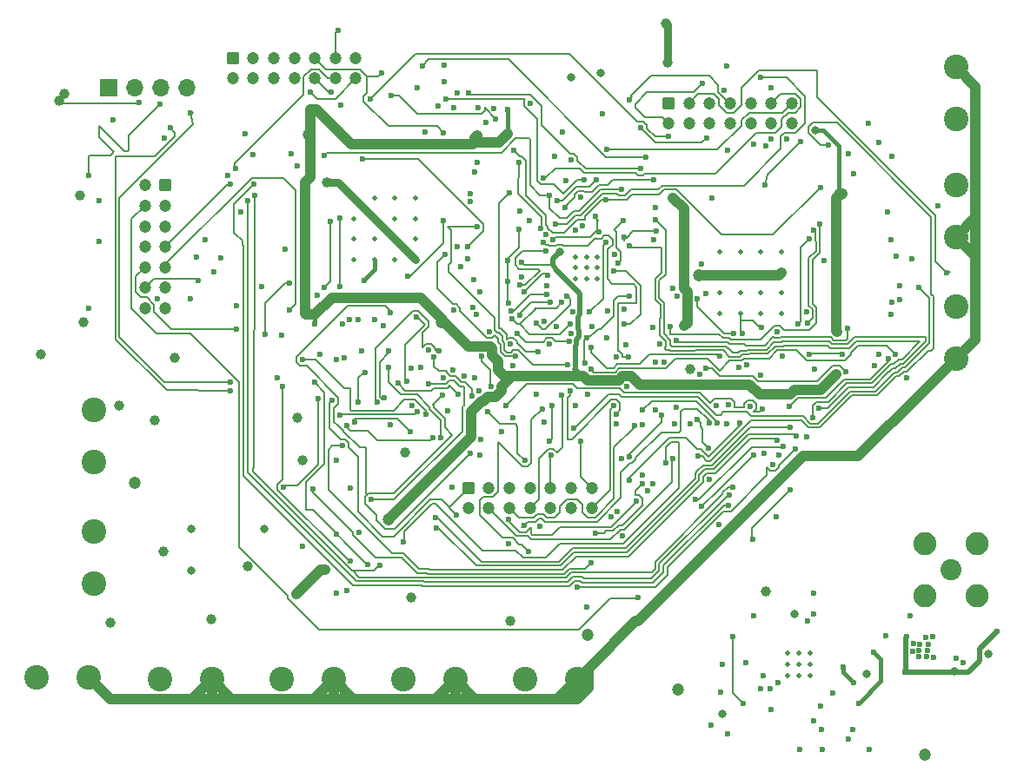
<source format=gbr>
%TF.GenerationSoftware,KiCad,Pcbnew,8.0.4*%
%TF.CreationDate,2025-02-19T16:48:10+05:30*%
%TF.ProjectId,test1,74657374-312e-46b6-9963-61645f706362,rev?*%
%TF.SameCoordinates,Original*%
%TF.FileFunction,Copper,L3,Inr*%
%TF.FilePolarity,Positive*%
%FSLAX46Y46*%
G04 Gerber Fmt 4.6, Leading zero omitted, Abs format (unit mm)*
G04 Created by KiCad (PCBNEW 8.0.4) date 2025-02-19 16:48:10*
%MOMM*%
%LPD*%
G01*
G04 APERTURE LIST*
G04 Aperture macros list*
%AMRoundRect*
0 Rectangle with rounded corners*
0 $1 Rounding radius*
0 $2 $3 $4 $5 $6 $7 $8 $9 X,Y pos of 4 corners*
0 Add a 4 corners polygon primitive as box body*
4,1,4,$2,$3,$4,$5,$6,$7,$8,$9,$2,$3,0*
0 Add four circle primitives for the rounded corners*
1,1,$1+$1,$2,$3*
1,1,$1+$1,$4,$5*
1,1,$1+$1,$6,$7*
1,1,$1+$1,$8,$9*
0 Add four rect primitives between the rounded corners*
20,1,$1+$1,$2,$3,$4,$5,0*
20,1,$1+$1,$4,$5,$6,$7,0*
20,1,$1+$1,$6,$7,$8,$9,0*
20,1,$1+$1,$8,$9,$2,$3,0*%
G04 Aperture macros list end*
%TA.AperFunction,ComponentPad*%
%ADD10RoundRect,0.250000X-0.350000X-0.350000X0.350000X-0.350000X0.350000X0.350000X-0.350000X0.350000X0*%
%TD*%
%TA.AperFunction,ComponentPad*%
%ADD11C,1.200000*%
%TD*%
%TA.AperFunction,HeatsinkPad*%
%ADD12C,0.500000*%
%TD*%
%TA.AperFunction,ComponentPad*%
%ADD13C,2.400000*%
%TD*%
%TA.AperFunction,ComponentPad*%
%ADD14C,2.050000*%
%TD*%
%TA.AperFunction,ComponentPad*%
%ADD15C,2.250000*%
%TD*%
%TA.AperFunction,ComponentPad*%
%ADD16R,1.700000X1.700000*%
%TD*%
%TA.AperFunction,ComponentPad*%
%ADD17O,1.700000X1.700000*%
%TD*%
%TA.AperFunction,ComponentPad*%
%ADD18RoundRect,0.250000X-0.350000X0.350000X-0.350000X-0.350000X0.350000X-0.350000X0.350000X0.350000X0*%
%TD*%
%TA.AperFunction,ViaPad*%
%ADD19C,1.000000*%
%TD*%
%TA.AperFunction,ViaPad*%
%ADD20C,1.200000*%
%TD*%
%TA.AperFunction,ViaPad*%
%ADD21C,0.600000*%
%TD*%
%TA.AperFunction,ViaPad*%
%ADD22C,0.800000*%
%TD*%
%TA.AperFunction,Conductor*%
%ADD23C,1.000000*%
%TD*%
%TA.AperFunction,Conductor*%
%ADD24C,0.500000*%
%TD*%
%TA.AperFunction,Conductor*%
%ADD25C,0.400000*%
%TD*%
%TA.AperFunction,Conductor*%
%ADD26C,0.200000*%
%TD*%
%TA.AperFunction,Conductor*%
%ADD27C,0.800000*%
%TD*%
G04 APERTURE END LIST*
D10*
%TO.N,+3.3V*%
%TO.C,J18*%
X22024160Y69675000D03*
D11*
X22024160Y67675000D03*
X24024160Y69675000D03*
X24024160Y67675000D03*
%TO.N,Earth*%
X26024160Y69675000D03*
X26024160Y67675000D03*
X28024160Y69675000D03*
%TO.N,Net-(J18-Pin_8)*%
X28024160Y67675000D03*
%TO.N,Net-(J18-Pin_9)*%
X30024160Y69675000D03*
%TO.N,Net-(J18-Pin_10)*%
X30024160Y67675000D03*
%TO.N,Net-(J18-Pin_11)*%
X32024160Y69675000D03*
%TO.N,Net-(J18-Pin_12)*%
X32024160Y67675000D03*
%TO.N,Net-(J18-Pin_13)*%
X34024160Y69675000D03*
%TO.N,Net-(J18-Pin_14)*%
X34024160Y67675000D03*
%TD*%
D12*
%TO.N,Earth*%
%TO.C,U16*%
X55424160Y50250000D03*
X55424160Y49200000D03*
X55424160Y48150000D03*
X56474160Y50250000D03*
X56474160Y49200000D03*
X56474160Y48150000D03*
X57524160Y50250000D03*
X57524160Y49200000D03*
X57524160Y48150000D03*
%TD*%
%TO.N,Earth*%
%TO.C,U6*%
X76049160Y11675000D03*
X76049160Y10575000D03*
X76049160Y9475000D03*
X77149160Y11675000D03*
X77149160Y10575000D03*
X77149160Y9475000D03*
X78249160Y11675000D03*
X78249160Y10575000D03*
X78249160Y9475000D03*
%TD*%
D13*
%TO.N,Vdrive*%
%TO.C,J17*%
X92474160Y52210000D03*
%TO.N,Earth*%
X92474160Y57290000D03*
%TD*%
D14*
%TO.N,/RF-PA-OUT-2*%
%TO.C,J1*%
X91974160Y19750000D03*
D15*
%TO.N,Earth*%
X89434160Y22290000D03*
X89434160Y17210000D03*
X94514160Y22290000D03*
X94514160Y17210000D03*
%TD*%
D13*
%TO.N,+BATT*%
%TO.C,J10*%
X8474160Y35330000D03*
%TO.N,Earth*%
X8474160Y30250000D03*
%TD*%
%TO.N,Net-(U9-S)*%
%TO.C,J3*%
X14909160Y9085000D03*
%TO.N,Vdrive*%
X19989160Y9085000D03*
%TD*%
%TO.N,Net-(U14-S)*%
%TO.C,J7*%
X50489160Y9085000D03*
%TO.N,Vdrive*%
X55569160Y9085000D03*
%TD*%
D12*
%TO.N,Earth*%
%TO.C,U1*%
X69474160Y50750000D03*
X69474160Y48750000D03*
X69474160Y46750000D03*
X69474160Y44750000D03*
X71474160Y50750000D03*
X71474160Y48750000D03*
X71474160Y46750000D03*
X71474160Y44750000D03*
X73474160Y50750000D03*
X73474160Y48750000D03*
X73474160Y46750000D03*
X73474160Y44750000D03*
X75474160Y50750000D03*
X75474160Y48750000D03*
X75474160Y46750000D03*
X75474160Y44750000D03*
%TD*%
D13*
%TO.N,Net-(U13-S)*%
%TO.C,J6*%
X38629160Y9085000D03*
%TO.N,Vdrive*%
X43709160Y9085000D03*
%TD*%
D12*
%TO.N,Earth*%
%TO.C,U4*%
X33811660Y56000000D03*
X33811660Y54000000D03*
X33811660Y52000000D03*
X33811660Y50000000D03*
X35811660Y56000000D03*
X35811660Y54000000D03*
X35811660Y52000000D03*
X35811660Y50000000D03*
X37811660Y56000000D03*
X37811660Y54000000D03*
X37811660Y52000000D03*
X37811660Y50000000D03*
X39811660Y56000000D03*
X39811660Y54000000D03*
X39811660Y52000000D03*
X39811660Y50000000D03*
%TD*%
D13*
%TO.N,+BATT*%
%TO.C,J11*%
X8474160Y23470000D03*
%TO.N,Earth*%
X8474160Y18390000D03*
%TD*%
%TO.N,Net-(U11-S)*%
%TO.C,J4*%
X2934160Y9250000D03*
%TO.N,Vdrive*%
X8014160Y9250000D03*
%TD*%
D16*
%TO.N,Earth*%
%TO.C,J9*%
X9956345Y66803655D03*
D17*
%TO.N,Net-(J9-Pin_2)*%
X12496345Y66803655D03*
%TO.N,/UART00*%
X15036345Y66803655D03*
%TO.N,/UART01*%
X17576345Y66803655D03*
%TD*%
D13*
%TO.N,Net-(U15-S)*%
%TO.C,J8*%
X92474160Y63710000D03*
%TO.N,Vdrive*%
X92474160Y68790000D03*
%TD*%
D10*
%TO.N,Earth*%
%TO.C,J14*%
X64474160Y65250000D03*
D11*
%TO.N,/I2C0*%
X64474160Y63250000D03*
%TO.N,/I2C1*%
X66474160Y65250000D03*
%TO.N,Earth*%
X66474160Y63250000D03*
%TO.N,/SPIFI2*%
X68474160Y65250000D03*
%TO.N,/SPIFI1*%
X68474160Y63250000D03*
%TO.N,/CS5*%
X70474160Y65250000D03*
%TO.N,/SPIFI4*%
X70474160Y63250000D03*
%TO.N,/SPIFI0*%
X72474160Y65250000D03*
%TO.N,/SPIFI3*%
X72474160Y63250000D03*
%TO.N,/SPI0*%
X74474160Y65250000D03*
%TO.N,/SPI1*%
X74474160Y63250000D03*
%TO.N,/SPI2*%
X76474160Y65250000D03*
%TO.N,+3.3V*%
X76474160Y63250000D03*
%TD*%
D13*
%TO.N,Net-(U12-S)*%
%TO.C,J5*%
X26769160Y9085000D03*
%TO.N,Vdrive*%
X31849160Y9085000D03*
%TD*%
D10*
%TO.N,/CS6*%
%TO.C,J15*%
X44974160Y27750000D03*
D11*
%TO.N,/CS5*%
X44974160Y25750000D03*
%TO.N,/CS4*%
X46974160Y27750000D03*
%TO.N,/CS3*%
X46974160Y25750000D03*
%TO.N,/CS2*%
X48974160Y27750000D03*
%TO.N,/CS1*%
X48974160Y25750000D03*
%TO.N,/CS0*%
X50974160Y27750000D03*
%TO.N,/USB11*%
X50974160Y25750000D03*
%TO.N,/USB10*%
X52974160Y27750000D03*
%TO.N,/PYROCTRL4*%
X52974160Y25750000D03*
%TO.N,/PYROCTRL3*%
X54974160Y27750000D03*
%TO.N,/PYROCTRL2*%
X54974160Y25750000D03*
%TO.N,/PYROCTRL1*%
X56974160Y27750000D03*
%TO.N,/PYROCTRL0*%
X56974160Y25750000D03*
%TD*%
D13*
%TO.N,Vdrive*%
%TO.C,J16*%
X92474160Y40350000D03*
%TO.N,Earth*%
X92474160Y45430000D03*
%TD*%
D18*
%TO.N,Net-(J13-Pin_1)*%
%TO.C,J13*%
X15474160Y57250000D03*
D11*
%TO.N,Net-(J13-Pin_2)*%
X13474160Y57250000D03*
%TO.N,Net-(J13-Pin_3)*%
X15474160Y55250000D03*
%TO.N,Net-(J13-Pin_4)*%
X13474160Y55250000D03*
%TO.N,Net-(J13-Pin_5)*%
X15474160Y53250000D03*
%TO.N,Net-(J13-Pin_6)*%
X13474160Y53250000D03*
%TO.N,Net-(J13-Pin_7)*%
X15474160Y51250000D03*
%TO.N,Net-(J13-Pin_8)*%
X13474160Y51250000D03*
%TO.N,Net-(J13-Pin_9)*%
X15474160Y49250000D03*
%TO.N,Net-(J13-Pin_10)*%
X13474160Y49250000D03*
%TO.N,Net-(J13-Pin_11)*%
X15474160Y47250000D03*
%TO.N,Net-(J13-Pin_12)*%
X13474160Y47250000D03*
%TO.N,Net-(J13-Pin_13)*%
X15474160Y45250000D03*
%TO.N,Net-(J13-Pin_14)*%
X13474160Y45250000D03*
%TD*%
D19*
%TO.N,+3.3V*%
X66003471Y43550000D03*
D20*
X42372106Y43872397D03*
X29399161Y62164106D03*
D21*
X10374160Y63650000D03*
D20*
X12499160Y28250000D03*
D19*
X45776345Y62053655D03*
D22*
X64924160Y56025000D03*
D20*
X37174160Y24650000D03*
D19*
X80899160Y42950000D03*
D20*
X56574160Y13450000D03*
D19*
X66624160Y39300239D03*
D21*
X50124160Y49738745D03*
X84926345Y40778655D03*
D22*
X78774160Y62650000D03*
X29049160Y57350000D03*
D21*
X48774160Y64650000D03*
X45474400Y34775000D03*
X29974160Y43750000D03*
X78574160Y5050000D03*
D19*
X10974160Y35750000D03*
D22*
X80774160Y38850000D03*
D20*
X89474160Y1778655D03*
D22*
X53854160Y50776207D03*
X80774160Y56050000D03*
D20*
X65374160Y8050000D03*
D21*
X72774160Y15250000D03*
X87974160Y15250000D03*
%TO.N,Net-(U10-BIAS)*%
X87651345Y13250000D03*
D22*
X92301345Y9828655D03*
D21*
X96474160Y13750000D03*
X87474160Y9750000D03*
%TO.N,Net-(U6-VR_RF)*%
X80474160Y7750000D03*
X81974160Y3250000D03*
%TO.N,/UART00*%
X75649160Y31775000D03*
X67060925Y26625000D03*
X15924160Y62850000D03*
X21824160Y37250000D03*
X40299160Y39475000D03*
X26874160Y37650000D03*
X33499160Y20650000D03*
%TO.N,/UART01*%
X21799160Y38075000D03*
X17924160Y64325000D03*
X34224160Y36100000D03*
X34949160Y38975000D03*
X75074160Y32350000D03*
X39374160Y39450000D03*
X32699160Y31850000D03*
X26349160Y38450000D03*
D22*
%TO.N,Net-(U18-SW)*%
X17974160Y23750000D03*
X17976345Y19703655D03*
D21*
%TO.N,/I2C0*%
X50926320Y53849310D03*
X90724160Y55225000D03*
X67799160Y67225000D03*
X39495011Y35750000D03*
%TO.N,/I2C1*%
X91574160Y48725000D03*
X50124160Y48303891D03*
X49974160Y54750000D03*
%TO.N,/INT14*%
X48624160Y35775000D03*
X49099160Y41769002D03*
X44596216Y38650000D03*
X53192590Y51978655D03*
X73624160Y35417137D03*
X57374160Y54250000D03*
X52729160Y48511052D03*
X57674160Y52672270D03*
X50428475Y46877845D03*
%TO.N,/CS0*%
X32124160Y30425000D03*
X61949160Y28150000D03*
X33474160Y27750000D03*
X57324160Y23361764D03*
X64023425Y40050000D03*
%TO.N,/INT10*%
X63198978Y35375000D03*
X62957415Y28169528D03*
X26974160Y27850000D03*
X30374160Y36450000D03*
X69374160Y24175000D03*
%TO.N,/INT11*%
X75249160Y30975000D03*
X32126345Y23253655D03*
X33103073Y17750000D03*
X35151345Y20303655D03*
X29974160Y38050000D03*
%TO.N,/INT1*%
X23974160Y60250000D03*
X62999160Y57775000D03*
X54351345Y55100000D03*
%TO.N,/INT2*%
X57424160Y57800000D03*
X28274160Y59150000D03*
X53645458Y55743131D03*
%TO.N,/SPI1*%
X56066891Y53319201D03*
X54975615Y42822750D03*
X53426345Y53486123D03*
X73474160Y67750000D03*
%TO.N,/INT0*%
X59874160Y56850000D03*
X52870483Y56267892D03*
X30949160Y60175000D03*
X23199160Y62300000D03*
%TO.N,/CS1*%
X61149548Y33850000D03*
X46216338Y32470899D03*
X40024160Y35150000D03*
X32474160Y34812501D03*
%TO.N,/INT6*%
X61347682Y26462736D03*
X22774160Y54650000D03*
X33874160Y34125000D03*
X43949160Y36900000D03*
X48921425Y24651265D03*
X39299160Y33225000D03*
X60649160Y51375000D03*
X78499160Y34625000D03*
X38155167Y37945130D03*
%TO.N,/INT9*%
X72774160Y30975000D03*
X56524160Y16125000D03*
X38974160Y38125000D03*
X67699160Y25925000D03*
X39874160Y44375000D03*
X43524160Y45050000D03*
X76249160Y35675000D03*
X85856382Y40360453D03*
X37374160Y33900000D03*
X46099160Y46900000D03*
X43399160Y27775000D03*
X48899160Y22275000D03*
%TO.N,/CS2*%
X60686660Y30800000D03*
X28799160Y40250000D03*
X63806013Y34853931D03*
X40804169Y34969348D03*
%TO.N,/INT7*%
X45349160Y36725000D03*
X68065483Y39394879D03*
X46997690Y42975000D03*
X50497687Y30425000D03*
X81744303Y39092537D03*
X46874160Y35175000D03*
X41581260Y40556248D03*
X62465436Y27475000D03*
%TO.N,/INT8*%
X60624160Y28525000D03*
X81399160Y40750000D03*
X42449160Y36800000D03*
X45374160Y45375000D03*
X71399160Y34075000D03*
X45149160Y31100000D03*
X78174160Y40750000D03*
X37399160Y44825000D03*
%TO.N,/SPIFI2*%
X74474160Y61750000D03*
X42652125Y68927965D03*
X42652125Y67338858D03*
%TO.N,/SPIFI4*%
X42064160Y65010000D03*
X43871216Y66250000D03*
X69924160Y66550000D03*
X74474160Y66750000D03*
%TO.N,/CS5*%
X77349160Y61550000D03*
X48224160Y33250000D03*
X37474160Y66000000D03*
X57999160Y64200000D03*
X60624160Y65600000D03*
X51724160Y41000000D03*
X73849160Y57250000D03*
X48974160Y56500000D03*
X47637395Y63738235D03*
%TO.N,/PYROCTRL0*%
X61724160Y58850000D03*
X74949160Y24950000D03*
X45901345Y64853655D03*
X44974160Y66250000D03*
X59163599Y35757311D03*
X81999160Y60350000D03*
%TO.N,Earth*%
X21526345Y58203655D03*
X49886185Y52921795D03*
X54499160Y57725000D03*
X93201345Y10728655D03*
D19*
X38849160Y31225000D03*
X15249160Y21550000D03*
D21*
X27749160Y60350000D03*
X28824160Y22100000D03*
D19*
X31224160Y57525000D03*
D22*
X83799160Y9600000D03*
D21*
X42974160Y35275000D03*
X79399160Y4175000D03*
X77951345Y32753655D03*
X83999160Y2225000D03*
D19*
X19899160Y14950000D03*
D21*
X14676345Y46178655D03*
X32549160Y65075000D03*
D19*
X28849160Y30425000D03*
D21*
X68699160Y56000000D03*
D19*
X30999160Y19775000D03*
D21*
X90226345Y13253655D03*
X53374160Y60075000D03*
D19*
X49099160Y14750000D03*
D21*
X72420843Y35665743D03*
X71649160Y42800000D03*
X85624160Y13350000D03*
X74424160Y6125000D03*
D22*
X55024160Y67800000D03*
D19*
X5099160Y65475000D03*
D21*
X89669460Y11910400D03*
D19*
X3349160Y40775000D03*
D21*
X86249160Y60075000D03*
X89551345Y13178655D03*
X51624160Y36875000D03*
D19*
X39436660Y17092900D03*
X64349160Y69200000D03*
X28349160Y34625000D03*
D22*
X57899160Y68175000D03*
D21*
X69749160Y10550000D03*
D19*
X10099160Y14650000D03*
D21*
X48924160Y45802174D03*
X34851345Y47978655D03*
X26750999Y42627473D03*
X82424160Y4225000D03*
X17876345Y46178655D03*
X89751345Y12528655D03*
X88881960Y11910400D03*
D19*
X28199160Y17400000D03*
D21*
X84524160Y39700000D03*
D19*
X7499160Y43875000D03*
D21*
X90301345Y11253655D03*
D19*
X23449160Y20075000D03*
X7174160Y56225000D03*
D21*
X48826345Y47903655D03*
D19*
X64219938Y73050000D03*
D21*
X88881960Y11339600D03*
X88976345Y12532185D03*
X69151345Y35778655D03*
D20*
X67424160Y48500000D03*
D21*
X73449160Y8200000D03*
X12901345Y65328655D03*
D19*
X14449160Y34325000D03*
D22*
X95624160Y11525000D03*
D21*
X92476345Y11128655D03*
X73501345Y43353655D03*
X88326345Y12553655D03*
X27124160Y51025000D03*
X52376345Y34203655D03*
D22*
X69674160Y5750000D03*
D21*
X88299160Y11854924D03*
X79424160Y2275000D03*
X63224160Y55100000D03*
D19*
X73974160Y17675000D03*
D22*
X76724160Y15425000D03*
D21*
X65224160Y35625000D03*
X30276345Y46528655D03*
X89608024Y11284900D03*
X72024160Y10750000D03*
X48801345Y49903655D03*
X46649160Y63400000D03*
D19*
X5652080Y66202920D03*
D21*
X70199160Y3775000D03*
D22*
X25126345Y23778655D03*
D19*
X16374160Y40425000D03*
D21*
X82499160Y58400000D03*
%TO.N,/PYROCTRL1*%
X49424159Y60700000D03*
X79249160Y57050000D03*
X43574160Y64850000D03*
X58374160Y55850000D03*
X55899160Y32300000D03*
%TO.N,/PYROCTRL2*%
X80074160Y61150000D03*
X58874160Y24900000D03*
X67349160Y30825000D03*
X70224160Y60650000D03*
X42774160Y65650000D03*
X56249160Y57800000D03*
%TO.N,/PYROCTRL3*%
X59494512Y25405139D03*
X43474160Y39250001D03*
X73774160Y31150000D03*
%TO.N,/PYROCTRL4*%
X59968499Y23050694D03*
X74649160Y30000000D03*
X42524160Y38502945D03*
%TO.N,/PYROCTRL5*%
X70174160Y68850000D03*
X40774842Y62441359D03*
%TO.N,/INT18*%
X49974160Y44575000D03*
X56889411Y39348962D03*
X52949160Y45850000D03*
X45599160Y38450000D03*
X86542941Y40771113D03*
%TO.N,/INT12*%
X59224160Y50500000D03*
X54774160Y42048528D03*
X67504018Y38825000D03*
X32924160Y40450000D03*
X49734875Y42827356D03*
X60124160Y52175000D03*
X56974160Y43500000D03*
X75024160Y42975000D03*
X58540953Y45010191D03*
X63299160Y52775000D03*
X78676345Y39303655D03*
%TO.N,/INT20*%
X65224162Y42150000D03*
X54924160Y37250000D03*
X54574160Y46450000D03*
X81899160Y43325000D03*
X49556267Y40569363D03*
X52874160Y41750000D03*
X42674160Y50475000D03*
X59374160Y34957517D03*
X51584160Y43800000D03*
%TO.N,/INT13*%
X45995536Y37196380D03*
X37200633Y39475000D03*
X49314160Y34566473D03*
X59374160Y34007087D03*
X42308425Y32650000D03*
X69247252Y34075001D03*
X56774160Y44916778D03*
X49274160Y39700000D03*
X61949160Y35325000D03*
X55399160Y35750000D03*
X58405434Y51706486D03*
%TO.N,/USB11*%
X54074160Y36800000D03*
X52574160Y47424999D03*
X51948749Y24037582D03*
X76849160Y31539213D03*
X55599160Y18100000D03*
X86999160Y47425000D03*
X55121726Y44950000D03*
%TO.N,/SPIFI3*%
X50974160Y65250000D03*
X75974160Y61750000D03*
%TO.N,/INT19*%
X45499160Y48075000D03*
X54088467Y45814307D03*
X45748542Y44627245D03*
X49247889Y44223452D03*
X56922507Y41457493D03*
X54874160Y43725000D03*
X69490659Y40575000D03*
%TO.N,/USB10*%
X52999160Y30925000D03*
X87624895Y38474265D03*
X52356708Y44007781D03*
X59909178Y30611519D03*
X53087395Y35788236D03*
X52899160Y32325000D03*
X68449160Y28575000D03*
%TO.N,/INT17*%
X36074160Y36075000D03*
X41824160Y23850000D03*
X52599160Y46600000D03*
X49146990Y45017067D03*
X76899160Y32775000D03*
X42149160Y41125000D03*
%TO.N,/INT16*%
X41799160Y24876652D03*
X49949500Y47523189D03*
X36799160Y36525000D03*
X52549160Y50875000D03*
X76324160Y33675000D03*
X41074160Y41175000D03*
X37224160Y41075000D03*
%TO.N,/CS6*%
X68447253Y34072621D03*
X15374160Y61850000D03*
X43799160Y25100000D03*
X50401189Y24102030D03*
X31724160Y36250000D03*
%TO.N,Net-(U6-XIN)*%
X74352127Y8208948D03*
X68574160Y4650000D03*
%TO.N,Net-(U6-XOUT)*%
X73688933Y9475046D03*
X69574160Y7850000D03*
%TO.N,/INT4*%
X59549160Y49650000D03*
X24098616Y57364518D03*
X61949160Y33875000D03*
X60424160Y37625000D03*
X77974160Y14750000D03*
X61949160Y28998527D03*
X60099160Y53800000D03*
X70298425Y26075735D03*
%TO.N,/INT5*%
X38624160Y22475000D03*
X78574160Y17450000D03*
X24174160Y56250000D03*
X70722689Y27850000D03*
X36349160Y20225000D03*
X64188375Y30169528D03*
X63024160Y51975000D03*
%TO.N,/INT3*%
X63224158Y53900000D03*
X79124160Y35525000D03*
X70355944Y27070925D03*
X23474160Y55750000D03*
X78574160Y15450000D03*
%TO.N,Net-(U1-P2_5)*%
X58451345Y42378655D03*
X54649160Y39750000D03*
X56599160Y36834103D03*
X45874160Y53200000D03*
X55268544Y33607087D03*
X60149160Y43706931D03*
X88824160Y47325000D03*
X59174160Y48900000D03*
%TO.N,Net-(J12-D-)*%
X40473425Y68900735D03*
X65299160Y46475000D03*
X62224160Y60000000D03*
%TO.N,Net-(J12-D+)*%
X14974160Y65175000D03*
X7974160Y58250000D03*
X64926856Y47183090D03*
X35399160Y65675000D03*
X64474160Y62000000D03*
%TO.N,Net-(U1-USB0_VBUS)*%
X56470061Y42357151D03*
X52149160Y35475000D03*
X60675894Y46412612D03*
X50829617Y21575000D03*
X56299160Y39950000D03*
X8974160Y51750000D03*
X19299895Y51924265D03*
X8974160Y55750000D03*
X20824160Y50200000D03*
%TO.N,/USB0-D+*%
X7974160Y45250000D03*
X18461660Y50237500D03*
%TO.N,Net-(J18-Pin_9)*%
X36549160Y68225000D03*
X42549160Y62325000D03*
X45588905Y58535786D03*
X86174160Y51925000D03*
%TO.N,/CS4*%
X67247519Y34448475D03*
X33126567Y33840203D03*
X41509412Y32610252D03*
X68375631Y31612745D03*
%TO.N,Net-(J18-Pin_12)*%
X44924160Y51275000D03*
X22274160Y58900000D03*
X34624160Y59850000D03*
X87024160Y46125000D03*
%TO.N,Net-(J18-Pin_10)*%
X86624160Y50350000D03*
X45199160Y56450003D03*
X31574160Y66300000D03*
%TO.N,Net-(J18-Pin_8)*%
X84974160Y61450000D03*
X45874160Y59450000D03*
%TO.N,Net-(J18-Pin_14)*%
X39073425Y48400735D03*
X44924160Y50075000D03*
X86099160Y44650000D03*
X42549160Y53800000D03*
X29624160Y66325000D03*
%TO.N,Net-(J18-Pin_11)*%
X45199160Y55650000D03*
X88199160Y50050000D03*
X32299160Y72375000D03*
%TO.N,Net-(J18-Pin_13)*%
X86249160Y45850000D03*
X43874160Y51275000D03*
%TO.N,/INT21*%
X72649160Y22750000D03*
X41074157Y37850000D03*
X35499160Y26600000D03*
X44261660Y49312500D03*
X32149160Y40250000D03*
X75149160Y8750000D03*
X76299160Y27525000D03*
%TO.N,/TRANSCEIVER-TX-0*%
X84474160Y11750000D03*
X82974160Y6750000D03*
%TO.N,/TRANSCEIVER-TX*%
X79324160Y6500000D03*
X77226345Y2250000D03*
%TO.N,/TXRX+*%
X81474160Y10250000D03*
X82474160Y8750000D03*
%TO.N,Net-(J13-Pin_4)*%
X63624162Y41750000D03*
X61474160Y17025000D03*
%TO.N,Net-(J13-Pin_2)*%
X68074160Y46675000D03*
X65024160Y34007087D03*
X77899160Y44925000D03*
%TO.N,Net-(J13-Pin_7)*%
X64603471Y43503655D03*
X21774160Y57350000D03*
X79199160Y53475000D03*
%TO.N,Net-(J13-Pin_10)*%
X22349160Y43225000D03*
X25149160Y42700000D03*
X27549160Y47700000D03*
%TO.N,Net-(J13-Pin_12)*%
X18624160Y47975000D03*
%TO.N,Net-(J13-Pin_9)*%
X27549160Y45053655D03*
%TO.N,Net-(J13-Pin_8)*%
X20149160Y48850000D03*
%TO.N,Net-(J13-Pin_6)*%
X34351345Y23378655D03*
X63162111Y40050000D03*
X32126345Y17528655D03*
%TO.N,Net-(J13-Pin_3)*%
X62936212Y43418127D03*
X79599160Y49950000D03*
X67715042Y49560845D03*
X83967980Y63293821D03*
%TO.N,Net-(J13-Pin_5)*%
X60322979Y41724995D03*
%TO.N,Net-(J13-Pin_11)*%
X24835873Y47407887D03*
X22349160Y45525000D03*
%TO.N,Net-(J13-Pin_14)*%
X29801345Y27678655D03*
X60574160Y40525000D03*
X56924160Y20475000D03*
X52274160Y51700000D03*
%TO.N,Net-(U1-P1_8)*%
X70149160Y34003655D03*
X34574160Y41100000D03*
%TO.N,Net-(U1-P2_10)*%
X61774160Y62850000D03*
X54174160Y62450000D03*
X85774160Y54650000D03*
X68174160Y61850000D03*
%TO.N,Net-(U1-P1_7)*%
X75525633Y40575000D03*
X35868108Y44142758D03*
%TO.N,Net-(U1-P1_9)*%
X36656952Y43574834D03*
X73412924Y38772508D03*
%TO.N,Net-(U1-P1_4)*%
X30899160Y47250000D03*
X71349160Y39539214D03*
X32749160Y43700000D03*
X31549160Y53750000D03*
X78574160Y52875000D03*
X77999160Y43800000D03*
%TO.N,Net-(U1-P1_6)*%
X34210602Y44150000D03*
X70849157Y42800000D03*
X67299160Y46150000D03*
X70342787Y35850433D03*
%TO.N,Net-(U1-P1_5)*%
X77049160Y43725000D03*
X32499160Y47375000D03*
X33410599Y44150000D03*
X72121901Y39746270D03*
X32424160Y54100000D03*
X78210491Y52073470D03*
%TO.N,/SPIFI1*%
X47474160Y64750000D03*
X73974160Y61125499D03*
X72774160Y61250000D03*
X39974160Y66750000D03*
%TO.N,/SPI2*%
X58474160Y60750000D03*
X52489926Y52470355D03*
X53574160Y43480385D03*
X55376345Y52878655D03*
%TO.N,/SPI0*%
X60140953Y45150000D03*
X55932738Y56122794D03*
X59373424Y40525735D03*
X52289846Y57950000D03*
%TO.N,Net-(C51-Pad2)*%
X70724160Y13250000D03*
X71724160Y6750000D03*
%TO.N,/CS3*%
X46135190Y30962500D03*
X46274160Y40575000D03*
X54974160Y59750000D03*
X66612948Y33961316D03*
X64922689Y30625000D03*
X49874160Y59500000D03*
X47204553Y37644607D03*
X51979206Y53086123D03*
X30474160Y40750000D03*
%TD*%
D23*
%TO.N,+3.3V*%
X49624160Y38650000D02*
X56174160Y38650000D01*
X45574160Y61450000D02*
X45574160Y61850000D01*
D24*
X55651345Y43207681D02*
X55651345Y44418958D01*
D23*
X47888374Y40104416D02*
X47299160Y40693630D01*
D25*
X29974160Y44575000D02*
X30024160Y44625000D01*
D24*
X53479185Y49105025D02*
X53479185Y49155025D01*
D23*
X81174160Y56450000D02*
X80774160Y56050000D01*
D25*
X81374160Y56450000D02*
X81099160Y56725000D01*
D24*
X55524160Y42246796D02*
X55725615Y42448251D01*
D23*
X60838374Y38625000D02*
X61638374Y37825000D01*
D24*
X53854160Y50776207D02*
X53854160Y50730000D01*
D23*
X48204553Y37605393D02*
X48204553Y37230393D01*
X29199160Y44625000D02*
X30024160Y44625000D01*
X61638374Y37825000D02*
X72380531Y37825000D01*
X49624160Y38650000D02*
X48488374Y38650000D01*
X46409750Y36196380D02*
X46270540Y36196380D01*
X66299160Y46889214D02*
X65949160Y47239214D01*
X46270540Y36196380D02*
X45249160Y35175000D01*
D25*
X29974160Y43750000D02*
X29974160Y44575000D01*
D23*
X29574160Y64650000D02*
X30174160Y64650000D01*
D25*
X81099160Y61125000D02*
X79574160Y62650000D01*
D23*
X45777815Y62053655D02*
X45826345Y62053655D01*
D26*
X50412905Y49450000D02*
X53184210Y49450000D01*
D23*
X45574160Y61850000D02*
X45776345Y62052185D01*
X72380531Y37825000D02*
X73349160Y36856371D01*
X45374160Y61250000D02*
X45574160Y61450000D01*
X76299160Y36856371D02*
X76767789Y37325000D01*
D25*
X79574160Y62650000D02*
X78774160Y62650000D01*
D23*
X65949160Y55000000D02*
X64924160Y56025000D01*
X47618767Y36644607D02*
X46857977Y36644607D01*
X31699160Y46300000D02*
X30024160Y44625000D01*
D24*
X55725615Y43133411D02*
X55651345Y43207681D01*
D25*
X48774160Y62250000D02*
X48774160Y64650000D01*
D24*
X55651345Y44418958D02*
X55871726Y44639339D01*
D23*
X60009946Y38625000D02*
X60838374Y38625000D01*
X66003471Y43550000D02*
X66299160Y43845689D01*
X48204553Y37230393D02*
X47618767Y36644607D01*
D24*
X53174160Y50050000D02*
X53174160Y49460050D01*
D23*
X29399161Y62164106D02*
X29574160Y62339105D01*
X79249160Y37325000D02*
X80774160Y38850000D01*
X46857977Y36644607D02*
X46409750Y36196380D01*
X40295052Y46300000D02*
X31699160Y46300000D01*
X47888374Y39250000D02*
X47888374Y40104416D01*
X47127103Y41575000D02*
X45020052Y41575000D01*
X66299160Y43845689D02*
X66299160Y46889214D01*
D26*
X53184210Y49450000D02*
X53479185Y49155025D01*
D23*
X45776345Y62053655D02*
X45777815Y62053655D01*
X65949160Y47239214D02*
X65949160Y55000000D01*
X47299160Y41402943D02*
X47127103Y41575000D01*
X48488374Y38650000D02*
X47888374Y39250000D01*
X49249160Y38650000D02*
X48204553Y37605393D01*
X45776345Y62052185D02*
X45776345Y62053655D01*
D24*
X55316990Y39357170D02*
X55399160Y39439339D01*
D23*
X29574160Y62339105D02*
X29574160Y64650000D01*
X45249160Y32725000D02*
X37174160Y24650000D01*
D25*
X81099160Y56725000D02*
X81099160Y61125000D01*
D23*
X80774160Y43075000D02*
X80899160Y42950000D01*
D24*
X56024160Y38650000D02*
X55316990Y39357170D01*
X55871726Y44639339D02*
X55871726Y46712484D01*
D23*
X45574160Y61450000D02*
X47974160Y61450000D01*
D24*
X55399160Y39439339D02*
X55399160Y41612867D01*
D23*
X47299160Y40693630D02*
X47299160Y41402943D01*
D25*
X78774160Y62650000D02*
X78874160Y62550000D01*
D23*
X45777815Y62053655D02*
X45777815Y62053655D01*
X81374160Y56450000D02*
X81174160Y56450000D01*
D24*
X55871726Y46712484D02*
X53479185Y49105025D01*
D23*
X29049160Y44775000D02*
X29049160Y57350000D01*
D24*
X56174160Y38650000D02*
X56024160Y38650000D01*
D23*
X47974160Y61450000D02*
X48774160Y62250000D01*
X56174160Y38650000D02*
X56590057Y38234103D01*
D24*
X53174160Y49460050D02*
X53479185Y49155025D01*
D23*
X33574160Y61250000D02*
X45374160Y61250000D01*
X29049160Y57350000D02*
X29049160Y57525000D01*
D24*
X55725615Y42448251D02*
X55725615Y43133411D01*
D23*
X45826345Y62053655D02*
X45826345Y62102185D01*
X73349160Y36856371D02*
X76299160Y36856371D01*
X49624160Y38650000D02*
X49249160Y38650000D01*
X29574160Y58050000D02*
X29574160Y61989107D01*
X45020052Y41575000D02*
X40295052Y46300000D01*
D24*
X53854160Y50730000D02*
X53174160Y50050000D01*
X55524160Y41737867D02*
X55524160Y42246796D01*
D23*
X59619049Y38234103D02*
X60009946Y38625000D01*
X29049160Y44775000D02*
X29199160Y44625000D01*
D24*
X55399160Y41612867D02*
X55524160Y41737867D01*
D23*
X81174160Y56250000D02*
X81374160Y56450000D01*
X29574160Y61989107D02*
X29399161Y62164106D01*
X56590057Y38234103D02*
X59619049Y38234103D01*
X29049160Y57525000D02*
X29574160Y58050000D01*
D26*
X50124160Y49738745D02*
X50412905Y49450000D01*
D23*
X80774160Y56050000D02*
X80774160Y43075000D01*
X30174160Y64650000D02*
X33574160Y61250000D01*
X76767789Y37325000D02*
X79249160Y37325000D01*
X45249160Y35175000D02*
X45249160Y32725000D01*
D24*
%TO.N,Net-(U10-BIAS)*%
X94774160Y12050000D02*
X94774160Y10851470D01*
X87651345Y13250000D02*
X87549160Y13147815D01*
X94774160Y10851470D02*
X93672690Y9750000D01*
X93672690Y9750000D02*
X87474160Y9750000D01*
X87549160Y9825000D02*
X87474160Y9750000D01*
X87549160Y13147815D02*
X87549160Y9825000D01*
X96474160Y13750000D02*
X94774160Y12050000D01*
D26*
%TO.N,/UART00*%
X15924160Y62850000D02*
X16374160Y62400000D01*
X26374160Y27601471D02*
X33300631Y20675000D01*
X67449160Y26625000D02*
X72574160Y31750000D01*
X33499160Y20650000D02*
X33474160Y20675000D01*
X26874160Y28598529D02*
X26374160Y28098529D01*
X75624160Y31750000D02*
X75649160Y31775000D01*
X72574160Y31750000D02*
X75624160Y31750000D01*
X14447689Y60075000D02*
X10599160Y60075000D01*
X16374160Y62001471D02*
X14447689Y60075000D01*
X10699160Y42150000D02*
X15574160Y37275000D01*
X33300631Y20675000D02*
X33499160Y20650000D01*
X10599160Y60075000D02*
X10599160Y42250000D01*
X16374160Y62400000D02*
X16374160Y62001471D01*
X10599160Y42250000D02*
X10699160Y42150000D01*
X67060925Y26625000D02*
X67449160Y26625000D01*
X26874160Y37650000D02*
X26874160Y28598529D01*
X15574160Y37275000D02*
X21824160Y37250000D01*
X21824160Y37250000D02*
X21799160Y37275000D01*
X26374160Y28098529D02*
X26374160Y27601471D01*
%TO.N,/UART01*%
X21799160Y38075000D02*
X15349160Y38075000D01*
X15349160Y38075000D02*
X10999160Y42425000D01*
X34524160Y38750000D02*
X34724160Y38950000D01*
X74849160Y32575000D02*
X72449160Y32575000D01*
X69049160Y29175000D02*
X68200631Y29175000D01*
X34949160Y38975000D02*
X34924160Y38950000D01*
X54162887Y19775000D02*
X41168275Y19775000D01*
X75074160Y32350000D02*
X74849160Y32575000D01*
X37549160Y21375000D02*
X31374160Y27550000D01*
X10999160Y42425000D02*
X10999160Y42525000D01*
X18124160Y63172793D02*
X17924160Y64325000D01*
X68200631Y29175000D02*
X67849160Y28823529D01*
X72449160Y32575000D02*
X69049160Y29175000D01*
X10999160Y56047793D02*
X18124160Y63172793D01*
X31374160Y27550000D02*
X31374160Y31498529D01*
X34224160Y38450000D02*
X34524160Y38750000D01*
X34724160Y38950000D02*
X34874160Y38950000D01*
X41168275Y19775000D02*
X41093275Y19850000D01*
X34874160Y38950000D02*
X34949160Y38975000D01*
X10999160Y42525000D02*
X10999160Y56047793D01*
X40135681Y19850000D02*
X38610681Y21375000D01*
X38610681Y21375000D02*
X37549160Y21375000D01*
X31374160Y31498529D02*
X31725631Y31850000D01*
X67849160Y28325000D02*
X60599160Y21075000D01*
X17924160Y64325000D02*
X18124160Y64375000D01*
X32699160Y31850000D02*
X32449160Y31850000D01*
X34224160Y36100000D02*
X34224160Y38450000D01*
X60599160Y21075000D02*
X55462887Y21075000D01*
X55462887Y21075000D02*
X54162887Y19775000D01*
X41093275Y19850000D02*
X40135681Y19850000D01*
X34924160Y38950000D02*
X34899160Y38950000D01*
X31725631Y31850000D02*
X32699160Y31850000D01*
X67849160Y28823529D02*
X67849160Y28325000D01*
%TO.N,/I2C0*%
X61224160Y65181803D02*
X62342357Y66300000D01*
X63874160Y63850000D02*
X62199160Y63850000D01*
X64474160Y63250000D02*
X63874160Y63850000D01*
X66949160Y66300000D02*
X67799160Y67225000D01*
X67799160Y67225000D02*
X67674160Y67025000D01*
X66949160Y66300000D02*
X62342357Y66300000D01*
X61224160Y64825000D02*
X61224160Y65181803D01*
X62199160Y63850000D02*
X61224160Y64825000D01*
%TO.N,/I2C1*%
X91574160Y48725000D02*
X90474160Y49825000D01*
X91574160Y48725000D02*
X91699160Y48850000D01*
X90474160Y54315686D02*
X78974160Y65815686D01*
X73274160Y68475000D02*
X71574160Y66775000D01*
X90474160Y49825000D02*
X90474160Y54315686D01*
X91699160Y48850000D02*
X91924160Y48850000D01*
X70846953Y64350000D02*
X70101367Y64350000D01*
X70101367Y64350000D02*
X69374160Y65077207D01*
X78974160Y65815686D02*
X78974160Y68475000D01*
X78974160Y68475000D02*
X73274160Y68475000D01*
X69374160Y65622793D02*
X68846953Y66150000D01*
X68846953Y66150000D02*
X67374160Y66150000D01*
X71574160Y65077207D02*
X70846953Y64350000D01*
X69374160Y65077207D02*
X69374160Y65622793D01*
X67374160Y66150000D02*
X66474160Y65250000D01*
X71574160Y66775000D02*
X71574160Y65077207D01*
%TO.N,/INT14*%
X68551345Y36027184D02*
X68551345Y36000373D01*
X55172689Y37850000D02*
X50699160Y37850000D01*
X73624160Y35417137D02*
X73385678Y35178655D01*
X72172314Y36265743D02*
X71820843Y35914272D01*
X72782284Y35178655D02*
X73020843Y35417214D01*
X48524160Y35775000D02*
X48574160Y35825000D01*
X50428475Y46877845D02*
X50428476Y46877845D01*
X53453935Y52240000D02*
X56874160Y52240000D01*
X70942787Y36098962D02*
X70591316Y36450433D01*
X57554160Y52920000D02*
X57554160Y53830000D01*
X48624160Y35775000D02*
X48524160Y35775000D01*
X57341660Y52707500D02*
X57554160Y52920000D01*
X57374160Y54050000D02*
X57374160Y54250000D01*
X55588586Y37434103D02*
X55172689Y37850000D01*
X53192590Y51978655D02*
X53453935Y52240000D01*
X50699160Y37850000D02*
X48624160Y35775000D01*
X71820843Y35575000D02*
X70969691Y35575000D01*
X71820843Y35914272D02*
X71820843Y35575000D01*
X57376890Y52672270D02*
X57341660Y52707500D01*
X70942787Y35601904D02*
X70942787Y36098962D01*
X59766528Y37434103D02*
X55588586Y37434103D01*
X73385678Y35178655D02*
X72782284Y35178655D01*
X57574160Y53850000D02*
X57374160Y54050000D01*
X68974594Y36450433D02*
X68551345Y36027184D01*
X60175631Y37025000D02*
X59766528Y37434103D01*
X52200631Y48650000D02*
X52590212Y48650000D01*
X52590212Y48650000D02*
X52729160Y48511052D01*
X57554160Y53830000D02*
X57574160Y53850000D01*
X70969691Y35575000D02*
X70942787Y35601904D01*
X73020843Y35417214D02*
X73020843Y35914272D01*
X56874160Y52240000D02*
X57341660Y52707500D01*
X70591316Y36450433D02*
X68974594Y36450433D01*
X50428476Y46877845D02*
X52200631Y48650000D01*
X67526718Y37025000D02*
X60175631Y37025000D01*
X68551345Y36000373D02*
X67526718Y37025000D01*
X57674160Y52672270D02*
X57376890Y52672270D01*
X72669372Y36265743D02*
X72172314Y36265743D01*
X73020843Y35914272D02*
X72669372Y36265743D01*
%TO.N,/CS0*%
X58184453Y23361764D02*
X57324160Y23361764D01*
X61949160Y28150000D02*
X61249160Y27450000D01*
X59603588Y24100000D02*
X59065352Y23561764D01*
X59065352Y23561764D02*
X58384453Y23561764D01*
X61947682Y26711265D02*
X61947682Y26048522D01*
X61947682Y26048522D02*
X59999160Y24100000D01*
X58384453Y23561764D02*
X58184453Y23361764D01*
X61249160Y27450000D02*
X61249160Y27062736D01*
X61249160Y27062736D02*
X61596211Y27062736D01*
X59999160Y24100000D02*
X59603588Y24100000D01*
X61596211Y27062736D02*
X61947682Y26711265D01*
%TO.N,/INT10*%
X30374160Y36450000D02*
X30374160Y30050000D01*
X27099160Y27975000D02*
X26974160Y27850000D01*
X30374160Y30050000D02*
X28299160Y27975000D01*
X28299160Y27975000D02*
X27099160Y27975000D01*
%TO.N,/INT11*%
X30974160Y30084314D02*
X29201345Y28311499D01*
X35151345Y20303655D02*
X35151345Y20228655D01*
X30974160Y37050000D02*
X29974160Y38050000D01*
X29201345Y25578655D02*
X29801345Y25578655D01*
X35151345Y20228655D02*
X35101345Y20278655D01*
X30974160Y37050000D02*
X30974160Y30084314D01*
X29201345Y28311499D02*
X29201345Y25578655D01*
X29801345Y25578655D02*
X35076345Y20303655D01*
X35076345Y20303655D02*
X35151345Y20303655D01*
%TO.N,/INT1*%
X56992788Y56565686D02*
X57677102Y57250000D01*
X57677102Y57250000D02*
X58499160Y57250000D01*
X56338375Y56565686D02*
X56992788Y56565686D01*
X59024160Y57775000D02*
X62999160Y57775000D01*
X55332738Y56371323D02*
X55684209Y56722794D01*
X54454160Y55230000D02*
X55332738Y56108578D01*
X54454160Y55160000D02*
X54454160Y55230000D01*
X55684209Y56722794D02*
X56181267Y56722794D01*
X55332738Y56108578D02*
X55332738Y56371323D01*
X62999160Y57775000D02*
X62999160Y57750000D01*
X58499160Y57250000D02*
X59024160Y57775000D01*
X56181267Y56722794D02*
X56338375Y56565686D01*
%TO.N,/INT2*%
X53645458Y55743131D02*
X54117291Y55743131D01*
X54117291Y55743131D02*
X55496954Y57122794D01*
X57424160Y57800000D02*
X57474160Y57850000D01*
X56746954Y57122794D02*
X57424160Y57800000D01*
X55496954Y57122794D02*
X56746954Y57122794D01*
%TO.N,/SPI1*%
X53426345Y53486123D02*
X54569598Y53486123D01*
X77774160Y63277207D02*
X77774160Y65950000D01*
X59624160Y56250000D02*
X60258474Y56250000D01*
X75374160Y60850000D02*
X75374160Y61998529D01*
X60258474Y56250000D02*
X60858474Y56850000D01*
X58008474Y56450000D02*
X59424160Y56450000D01*
X55440421Y54356946D02*
X55915420Y54356946D01*
X71797688Y57225000D02*
X75398424Y60825736D01*
X75725631Y62350000D02*
X76846953Y62350000D01*
X54569598Y53486123D02*
X55440421Y54356946D01*
X63852104Y57225000D02*
X71797688Y57225000D01*
X77774160Y65950000D02*
X75974160Y67750000D01*
X75974160Y67750000D02*
X73474160Y67750000D01*
X75374160Y61998529D02*
X75725631Y62350000D01*
X76846953Y62350000D02*
X77774160Y63277207D01*
X75398424Y60825736D02*
X75374160Y60850000D01*
X59424160Y56450000D02*
X59624160Y56250000D01*
X63477104Y56850000D02*
X63852104Y57225000D01*
X55915420Y54356946D02*
X58008474Y56450000D01*
X60858474Y56850000D02*
X63477104Y56850000D01*
%TO.N,/INT0*%
X52870483Y55034517D02*
X53876345Y54028655D01*
X48174160Y60450000D02*
X31224160Y60450000D01*
X55274735Y54756946D02*
X55749734Y54756946D01*
X52870483Y56267892D02*
X51956268Y56267892D01*
X49574160Y61850000D02*
X48174160Y60450000D01*
X54546444Y54028655D02*
X55274735Y54756946D01*
X51956268Y56267892D02*
X50974160Y57250000D01*
X53876345Y54028655D02*
X54546444Y54028655D01*
X50874160Y61850000D02*
X49574160Y61850000D01*
X55749734Y54756946D02*
X57842788Y56850000D01*
X31224160Y60450000D02*
X30949160Y60175000D01*
X57842788Y56850000D02*
X59874160Y56850000D01*
X50974160Y61750000D02*
X50874160Y61850000D01*
X52870483Y56267892D02*
X52870483Y55034517D01*
X50974160Y57250000D02*
X50974160Y61750000D01*
%TO.N,/CS1*%
X56601367Y24850000D02*
X56074160Y25377207D01*
X52301367Y25150000D02*
X51646953Y25150000D01*
X32561659Y34900000D02*
X39774160Y34900000D01*
X54574160Y26650000D02*
X53899160Y25975000D01*
X53899160Y25402207D02*
X53346953Y24850000D01*
X61149548Y33650388D02*
X59174160Y31675000D01*
X59174160Y26677207D02*
X57346953Y24850000D01*
X57346953Y24850000D02*
X56601367Y24850000D01*
X51646953Y25150000D02*
X51346953Y24850000D01*
X55546953Y26650000D02*
X54574160Y26650000D01*
X53346953Y24850000D02*
X52601367Y24850000D01*
X53899160Y25975000D02*
X53899160Y25402207D01*
X39774160Y34900000D02*
X40024160Y35150000D01*
X32474160Y34812501D02*
X32561659Y34900000D01*
X56074160Y26122793D02*
X55546953Y26650000D01*
X51346953Y24850000D02*
X49874160Y24850000D01*
X59174160Y31675000D02*
X59174160Y26677207D01*
X52601367Y24850000D02*
X52301367Y25150000D01*
X56074160Y25377207D02*
X56074160Y26122793D01*
X61149548Y33850000D02*
X61149548Y33650388D01*
X49874160Y24850000D02*
X48974160Y25750000D01*
%TO.N,/INT6*%
X63824160Y51150000D02*
X63824160Y48764215D01*
X43142295Y37706865D02*
X42938375Y37502945D01*
X33874160Y34500000D02*
X38024160Y34500000D01*
X50597689Y23450000D02*
X51047689Y23900000D01*
X63676345Y44346344D02*
X63603471Y44273470D01*
X63174160Y46084314D02*
X63676345Y45582129D01*
X69785998Y41175000D02*
X70421784Y40539214D01*
X64224162Y41501471D02*
X64169034Y41446343D01*
X72305920Y40825000D02*
X74159945Y40825000D01*
X88955757Y42028655D02*
X87201367Y40274265D01*
X64607753Y41150000D02*
X67042788Y41150000D01*
X41575631Y37502945D02*
X41322686Y37250000D01*
X70421784Y40539214D02*
X71432003Y40539214D01*
X87201367Y40274265D02*
X86879308Y40274265D01*
X74159945Y40825000D02*
X74909945Y41575000D01*
X74909945Y41575000D02*
X75604059Y41575000D01*
X60649160Y51375000D02*
X60849160Y51175000D01*
X38024160Y34500000D02*
X39299160Y33225000D01*
X51204061Y23175000D02*
X53122689Y23175000D01*
X48921425Y24502735D02*
X48999160Y24425000D01*
X64169034Y41446343D02*
X64169034Y41260966D01*
X67067788Y41175000D02*
X69785998Y41175000D01*
X33724160Y34350000D02*
X33874160Y34500000D01*
X80236417Y41350000D02*
X82080530Y41350000D01*
X53909453Y23961764D02*
X58899666Y23961764D01*
X64557753Y41200000D02*
X64607753Y41150000D01*
X33874160Y34050000D02*
X33799160Y33975000D01*
X60849160Y51175000D02*
X63799160Y51175000D01*
X33874160Y34125000D02*
X33874160Y34050000D01*
X64224162Y41998527D02*
X64224162Y41501471D01*
X81845731Y37950000D02*
X80020731Y36125000D01*
X71432003Y40539214D02*
X71639059Y40746270D01*
X86127102Y39825000D02*
X84252102Y37950000D01*
X71639059Y40746270D02*
X72227190Y40746270D01*
X63824160Y48764215D02*
X63174160Y48114215D01*
X75604059Y41575000D02*
X75629059Y41600000D01*
X79986417Y41600000D02*
X80236417Y41350000D01*
X78875631Y36125000D02*
X78499160Y35748529D01*
X78499160Y35748529D02*
X78499160Y34625000D01*
X82759185Y42028655D02*
X88955757Y42028655D01*
X63799160Y51175000D02*
X63824160Y51150000D01*
X53122689Y23175000D02*
X53909453Y23961764D01*
X33874160Y34125000D02*
X33724160Y33975000D01*
X43949160Y36900000D02*
X43142295Y37706865D01*
X63603471Y42619218D02*
X64224162Y41998527D01*
X33724160Y34100000D02*
X33724160Y34350000D01*
X84252102Y37950000D02*
X81845731Y37950000D01*
X51047689Y23900000D02*
X51047689Y23331372D01*
X86430043Y39825000D02*
X86127102Y39825000D01*
X42938375Y37502945D02*
X41575631Y37502945D01*
X63603471Y44273470D02*
X63603471Y42619218D01*
X41322686Y37250000D02*
X38850297Y37250000D01*
X75629059Y41600000D02*
X79986417Y41600000D01*
X64169034Y41260966D02*
X64230000Y41200000D01*
X51047689Y23331372D02*
X51204061Y23175000D01*
X64230000Y41200000D02*
X64557753Y41200000D01*
X48921425Y24651265D02*
X48921425Y24502735D01*
X48921425Y24502735D02*
X49974160Y23450000D01*
X58899666Y23961764D02*
X61347682Y26409780D01*
X63174160Y48114215D02*
X63174160Y46084314D01*
X86879308Y40274265D02*
X86430043Y39825000D01*
X38850297Y37250000D02*
X38155167Y37945130D01*
X72227190Y40746270D02*
X72305920Y40825000D01*
X78499160Y34625000D02*
X78524160Y34600000D01*
X49974160Y23450000D02*
X50597689Y23450000D01*
X63676345Y45582129D02*
X63676345Y44346344D01*
X61347682Y26409780D02*
X61347682Y26462736D01*
X82080530Y41350000D02*
X82759185Y42028655D01*
X80020731Y36125000D02*
X78875631Y36125000D01*
%TO.N,/INT9*%
X72749160Y30975000D02*
X72774160Y30975000D01*
X77099160Y36525000D02*
X76249160Y35675000D01*
X38974160Y38125000D02*
X38774160Y38325000D01*
X72774160Y31000000D02*
X72699160Y30925000D01*
X79799160Y36525000D02*
X77099160Y36525000D01*
X40724160Y43675000D02*
X40024160Y44375000D01*
X84086416Y38350000D02*
X81680541Y38350000D01*
X40024160Y44375000D02*
X39874160Y44375000D01*
X81549160Y38275000D02*
X79799160Y36525000D01*
X81605541Y38275000D02*
X81549160Y38275000D01*
X85856382Y40360453D02*
X85856382Y40119966D01*
X38774160Y41725000D02*
X40724160Y43675000D01*
X72774160Y30975000D02*
X72774160Y31000000D01*
X85856382Y40119966D02*
X84086416Y38350000D01*
X81680541Y38350000D02*
X81605541Y38275000D01*
X69249896Y27475736D02*
X72749160Y30975000D01*
X67699160Y25925000D02*
X69249896Y27475736D01*
X38774160Y38325000D02*
X38774160Y41725000D01*
%TO.N,/CS2*%
X37675631Y35300000D02*
X33524160Y35300000D01*
X48974160Y27625000D02*
X49174160Y27425000D01*
X30125631Y40250000D02*
X28799160Y40250000D01*
X28799160Y40250000D02*
X28799160Y40300000D01*
X39743540Y36350000D02*
X38725631Y36350000D01*
X33524160Y35300000D02*
X33499160Y35325000D01*
X28799160Y40300000D02*
X28799160Y40300000D01*
X38725631Y36350000D02*
X37675631Y35300000D01*
X33499160Y35325000D02*
X33499160Y37500000D01*
X48974160Y27750000D02*
X48974160Y27625000D01*
X60574160Y30912500D02*
X60686660Y30800000D01*
X60574160Y30975000D02*
X60574160Y30912500D01*
X32875631Y37500000D02*
X30125631Y40250000D01*
X63806013Y34206853D02*
X60574160Y30975000D01*
X63806013Y34853931D02*
X63806013Y34206853D01*
X40804169Y35289371D02*
X39743540Y36350000D01*
X40804169Y34969348D02*
X40804169Y35289371D01*
X33499160Y37500000D02*
X32875631Y37500000D01*
%TO.N,/INT7*%
X41581260Y39617900D02*
X42074160Y39125000D01*
X49774160Y33775000D02*
X49582687Y33966473D01*
X49582687Y33966473D02*
X48082687Y33966473D01*
X44347687Y38050000D02*
X44641317Y38050000D01*
X68663594Y39394879D02*
X69433473Y38625000D01*
X78917790Y38125000D02*
X80451451Y39658661D01*
X42799160Y39125000D02*
X42874160Y39050000D01*
X68065483Y39394879D02*
X68663594Y39394879D01*
X41581260Y40556248D02*
X41581260Y39617900D01*
X69433473Y38625000D02*
X72711902Y38625000D01*
X48082687Y33966473D02*
X46874160Y35175000D01*
X68065483Y39394879D02*
X68169039Y39394879D01*
X80451451Y39658661D02*
X81178179Y39658661D01*
X45324160Y36700000D02*
X45324160Y36600000D01*
X73211902Y38125000D02*
X78917790Y38125000D01*
X42074160Y39125000D02*
X42799160Y39125000D01*
X45349160Y37342157D02*
X45349160Y36725000D01*
X45349160Y36725000D02*
X45324160Y36700000D01*
X44641317Y38050000D02*
X45349160Y37342157D01*
X81178179Y39658661D02*
X81744303Y39092537D01*
X43225631Y38650001D02*
X43747686Y38650001D01*
X42874160Y39001472D02*
X43225631Y38650001D01*
X43747686Y38650001D02*
X44347687Y38050000D01*
X49774160Y31148527D02*
X49774160Y33775000D01*
X72711902Y38625000D02*
X73211902Y38125000D01*
X42874160Y39050000D02*
X42874160Y39001472D01*
X50497687Y30425000D02*
X49774160Y31148527D01*
%TO.N,/INT8*%
X32285925Y35963236D02*
X32324160Y36001471D01*
X68364846Y30775000D02*
X68386416Y30775000D01*
X36899160Y45500000D02*
X37299160Y45100000D01*
X78174160Y40750000D02*
X78299160Y40875000D01*
X31874160Y34200002D02*
X31874160Y35551471D01*
X43425825Y32918871D02*
X37706954Y27200000D01*
X28199160Y40001471D02*
X28199160Y40498529D01*
X35249160Y27200000D02*
X35149160Y27100000D01*
X31874160Y35551471D02*
X32285925Y35963236D01*
X37706954Y27200000D02*
X35249160Y27200000D01*
X32324160Y36548529D02*
X29222689Y39650000D01*
X67299160Y31500000D02*
X67639846Y31500000D01*
X34999160Y27250000D02*
X34999160Y31675000D01*
X66149160Y32650000D02*
X67299160Y31500000D01*
X37399160Y44825000D02*
X37474160Y45100000D01*
X35149160Y27100000D02*
X34895607Y26846447D01*
X37774160Y23725000D02*
X45149160Y31100000D01*
X64534945Y32650000D02*
X66149160Y32650000D01*
X32274160Y33800002D02*
X31874160Y34200002D01*
X60624160Y28739215D02*
X64534945Y32650000D01*
X34895607Y26221446D02*
X35983107Y25133947D01*
X60624160Y28525000D02*
X60624160Y28739215D01*
X33200631Y45500000D02*
X36899160Y45500000D01*
X78299160Y40875000D02*
X81274160Y40875000D01*
X35149160Y27100000D02*
X34999160Y27250000D01*
X67639846Y31500000D02*
X68364846Y30775000D01*
X28550631Y39650000D02*
X28199160Y40001471D01*
X34376317Y31675000D02*
X32811261Y33240056D01*
X29222689Y39650000D02*
X28550631Y39650000D01*
X34895607Y26846447D02*
X34895607Y26221446D01*
X32324160Y36001471D02*
X32324160Y36548529D01*
X68386416Y30775000D02*
X71399160Y33787744D01*
X35983107Y24568260D02*
X36826367Y23725000D01*
X71399160Y33787744D02*
X71399160Y34075000D01*
X71399160Y34075000D02*
X71424160Y34075000D01*
X71424160Y34075000D02*
X71449160Y34100000D01*
X32811261Y33306980D02*
X32318239Y33800002D01*
X81274160Y40875000D02*
X81399160Y40750000D01*
X41604169Y35583563D02*
X42708425Y34479307D01*
X37299160Y45100000D02*
X37399160Y44825000D01*
X42449160Y36800000D02*
X41514846Y35865686D01*
X32318239Y33800002D02*
X32274160Y33800002D01*
X42708425Y33636271D02*
X43425825Y32918871D01*
X34999160Y31675000D02*
X34376317Y31675000D01*
X32811261Y33240056D02*
X32811261Y33306980D01*
X42708425Y34479307D02*
X42708425Y33636271D01*
X36826367Y23725000D02*
X37774160Y23725000D01*
X35983107Y25133947D02*
X35983107Y24568260D01*
X28199160Y40498529D02*
X33200631Y45500000D01*
X41604169Y35776363D02*
X41604169Y35583563D01*
X41514846Y35865686D02*
X41604169Y35776363D01*
%TO.N,/CS5*%
X48699160Y42739215D02*
X48699160Y42265686D01*
X47974160Y55500000D02*
X47974160Y43325000D01*
X46222689Y64250000D02*
X39974160Y64250000D01*
X68449160Y67925000D02*
X62799160Y67925000D01*
X60849160Y65975000D02*
X60849160Y65725000D01*
X69324160Y67050000D02*
X68449160Y67925000D01*
X60724160Y65600000D02*
X60624160Y65600000D01*
X60624160Y65500000D02*
X60574160Y65450000D01*
X39974160Y64250000D02*
X38224160Y66000000D01*
X60849160Y65975000D02*
X60849160Y65940686D01*
X46574160Y64900000D02*
X46574160Y64601471D01*
X74099160Y58300000D02*
X73849160Y57250000D01*
X49347689Y42369002D02*
X49699160Y42017531D01*
X69324160Y66301471D02*
X69324160Y67050000D01*
X70375631Y65250000D02*
X69324160Y66301471D01*
X48723238Y42241608D02*
X48850631Y42369002D01*
X48850631Y42369002D02*
X49347689Y42369002D01*
X77349160Y61550000D02*
X74099160Y58300000D01*
X60849160Y65940686D02*
X60944503Y65845343D01*
X70474160Y65250000D02*
X70375631Y65250000D01*
X48974160Y56500000D02*
X47974160Y55500000D01*
X48113375Y43325000D02*
X48699160Y42739215D01*
X47974160Y43325000D02*
X48113375Y43325000D01*
X60624160Y65600000D02*
X60624160Y65500000D01*
X49699160Y41875000D02*
X50574160Y41000000D01*
X60849160Y65725000D02*
X60724160Y65600000D01*
X38224160Y66000000D02*
X37474160Y66000000D01*
X46574160Y64801470D02*
X46574160Y64900000D01*
X47637395Y63738235D02*
X46574160Y64801470D01*
X46574160Y64601471D02*
X46222689Y64250000D01*
X50574160Y41000000D02*
X51724160Y41000000D01*
X49699160Y42017531D02*
X49699160Y41875000D01*
X48699160Y42265686D02*
X48723238Y42241608D01*
X62799160Y67925000D02*
X60849160Y65975000D01*
%TO.N,/PYROCTRL0*%
X58774160Y35367872D02*
X58774160Y27550000D01*
X61724160Y58850000D02*
X56404160Y58850000D01*
X52089846Y63164314D02*
X52089846Y64982843D01*
X55574160Y59680000D02*
X55574160Y59998529D01*
X56404160Y58850000D02*
X55574160Y59680000D01*
X54904160Y60350000D02*
X52089846Y63164314D01*
X51022689Y66050000D02*
X45174160Y66050000D01*
X45174160Y66050000D02*
X44974160Y66250000D01*
X52089846Y64982843D02*
X51022689Y66050000D01*
X59163599Y35757311D02*
X58774160Y35367872D01*
X55222689Y60350000D02*
X54904160Y60350000D01*
X58774160Y27550000D02*
X56974160Y25750000D01*
X55574160Y59998529D02*
X55222689Y60350000D01*
%TO.N,Earth*%
X73376345Y43353655D02*
X73501345Y43353655D01*
D23*
X75224160Y48500000D02*
X75474160Y48750000D01*
X30999160Y19775000D02*
X30574160Y19775000D01*
D26*
X12901345Y65353655D02*
X12826345Y65278655D01*
X5099160Y65475000D02*
X5320505Y65253655D01*
X71474160Y42975000D02*
X71474160Y44053655D01*
D25*
X34751345Y47978655D02*
X34913845Y48141155D01*
D27*
X64349160Y69200000D02*
X64349160Y72920778D01*
D25*
X35811660Y49038970D02*
X34851345Y48078655D01*
X34851345Y47978655D02*
X34751345Y47978655D01*
D26*
X72676345Y44053655D02*
X73376345Y43353655D01*
X48801345Y49903655D02*
X48601345Y49903655D01*
D23*
X67424160Y48500000D02*
X75224160Y48500000D01*
D25*
X34851345Y48078655D02*
X34851345Y47978655D01*
D26*
X73501345Y43228655D02*
X73426345Y43303655D01*
X71649160Y42800000D02*
X71474160Y42975000D01*
X48924160Y45802174D02*
X48801345Y45924989D01*
X49886185Y52921795D02*
X49886185Y51188495D01*
D27*
X31224160Y57525000D02*
X32286660Y57525000D01*
D26*
X49886185Y51188495D02*
X48801345Y50103655D01*
D23*
X30574160Y19775000D02*
X28199160Y17400000D01*
D26*
X12876345Y65328655D02*
X12901345Y65328655D01*
X48801345Y47928655D02*
X48801345Y49903655D01*
X71474160Y44053655D02*
X71474160Y44750000D01*
X48826345Y47903655D02*
X48801345Y47928655D01*
X12801345Y65253655D02*
X12876345Y65328655D01*
X48801345Y45924989D02*
X48801345Y47878655D01*
X73501345Y43353655D02*
X73501345Y43228655D01*
X71474160Y44053655D02*
X72676345Y44053655D01*
D27*
X64349160Y72920778D02*
X64219938Y73050000D01*
D26*
X48801345Y50103655D02*
X48801345Y49903655D01*
X5320505Y65253655D02*
X12801345Y65253655D01*
X12901345Y65328655D02*
X12901345Y65353655D01*
D27*
X32286660Y57525000D02*
X39811660Y50000000D01*
D25*
X35811660Y50000000D02*
X35811660Y49038970D01*
D26*
X48601345Y49903655D02*
X48601345Y49903655D01*
X48801345Y47878655D02*
X48826345Y47903655D01*
%TO.N,/PYROCTRL1*%
X55899160Y32300000D02*
X55874160Y32325000D01*
X60424160Y55850000D02*
X58374160Y55850000D01*
X50122689Y60100000D02*
X50574160Y59648529D01*
X64017790Y56825000D02*
X63517790Y56325000D01*
X49424159Y60700000D02*
X50024159Y60100000D01*
X79249160Y57050000D02*
X74624160Y52425000D01*
X57974160Y55850000D02*
X58374160Y55850000D01*
X55874160Y32275000D02*
X55899160Y32300000D01*
X56315420Y53919201D02*
X56315420Y54191260D01*
X56974160Y27750000D02*
X55874160Y28850000D01*
X50574160Y56250000D02*
X52499160Y54325000D01*
X52738455Y53175403D02*
X52738455Y53070355D01*
X52499160Y53414698D02*
X52738455Y53175403D01*
X52499160Y54325000D02*
X52499160Y53414698D01*
X50024159Y60100000D02*
X50122689Y60100000D01*
X69655531Y52425000D02*
X65255531Y56825000D01*
X50574160Y59648529D02*
X50574160Y56250000D01*
X63517790Y56325000D02*
X60899160Y56325000D01*
X53168810Y52640000D02*
X54289161Y52640000D01*
X56315420Y54191260D02*
X57974160Y55850000D01*
X60899160Y56325000D02*
X60424160Y55850000D01*
X54289161Y52640000D02*
X55568362Y53919201D01*
X65255531Y56825000D02*
X64017790Y56825000D01*
X55874160Y28850000D02*
X55874160Y32275000D01*
X74624160Y52425000D02*
X69655531Y52425000D01*
X55874160Y32325000D02*
X55874160Y32350000D01*
X52738455Y53070355D02*
X53168810Y52640000D01*
X55568362Y53919201D02*
X56315420Y53919201D01*
%TO.N,/PYROCTRL2*%
X78084945Y33625000D02*
X79217790Y33625000D01*
X54208474Y56400000D02*
X53258474Y57350000D01*
X78484210Y63350000D02*
X78074160Y62939950D01*
X68199160Y30375000D02*
X68552102Y30375000D01*
X86927101Y38625000D02*
X87376366Y39074265D01*
X90299160Y41375000D02*
X90299160Y46415685D01*
X82342790Y36750000D02*
X84749160Y36750000D01*
X51689846Y57701471D02*
X51689846Y63685785D01*
X55608474Y57800000D02*
X54208474Y56400000D01*
X80874160Y63350000D02*
X78484210Y63350000D01*
X87698425Y39074265D02*
X89774160Y41150000D01*
X79217790Y33625000D02*
X82342790Y36750000D01*
X90074160Y41150000D02*
X90299160Y41375000D01*
X72502102Y34325000D02*
X77384945Y34325000D01*
X51689846Y63685785D02*
X50374160Y65001471D01*
X67749160Y30825000D02*
X68199160Y30375000D01*
X52041317Y57350000D02*
X51689846Y57701471D01*
X84749160Y36750000D02*
X86624160Y38625000D01*
X90299160Y46415685D02*
X90074160Y46640685D01*
X87376366Y39074265D02*
X87698425Y39074265D01*
X50525631Y65650000D02*
X42774160Y65650000D01*
X86624160Y38625000D02*
X86927101Y38625000D01*
X78074160Y62360050D02*
X79284210Y61150000D01*
X78074160Y62939950D02*
X78074160Y62360050D01*
X89774160Y41150000D02*
X90074160Y41150000D01*
X68552102Y30375000D02*
X72502102Y34325000D01*
X50374160Y65498529D02*
X50525631Y65650000D01*
X79284210Y61150000D02*
X80074160Y61150000D01*
X90074160Y54150000D02*
X80874160Y63350000D01*
X50374160Y65001471D02*
X50374160Y65498529D01*
X90074160Y46640685D02*
X90074160Y54150000D01*
X53258474Y57350000D02*
X52041317Y57350000D01*
X77384945Y34325000D02*
X78084945Y33625000D01*
X56249160Y57800000D02*
X55608474Y57800000D01*
X67349160Y30825000D02*
X67749160Y30825000D01*
%TO.N,/INT18*%
X81647689Y40150000D02*
X82271216Y40773527D01*
X77925631Y40150000D02*
X81647689Y40150000D01*
X76900631Y41175000D02*
X77925631Y40150000D01*
X59287678Y39034103D02*
X59678575Y39425000D01*
X59678575Y39425000D02*
X64246954Y39425000D01*
X70361903Y40139214D02*
X71597689Y40139214D01*
X71804745Y40346270D02*
X74246901Y40346270D01*
X82924871Y41628655D02*
X85685399Y41628655D01*
X64246954Y39425000D02*
X65171954Y40350000D01*
X75075631Y41175000D02*
X76900631Y41175000D01*
X85685399Y41628655D02*
X86542941Y40771113D01*
X68274159Y40350000D02*
X69423424Y39200735D01*
X74246901Y40346270D02*
X75075631Y41175000D01*
X65171954Y40350000D02*
X68274159Y40350000D01*
X56889411Y39348962D02*
X57204270Y39034103D01*
X71597689Y40139214D02*
X71804745Y40346270D01*
X82271216Y40975000D02*
X82924871Y41628655D01*
X51071920Y45850000D02*
X52949160Y45850000D01*
X82271216Y40773527D02*
X82271216Y40975000D01*
X57204270Y39034103D02*
X59287678Y39034103D01*
X49974160Y44575000D02*
X49974160Y44752240D01*
X69423424Y39200735D02*
X70361903Y40139214D01*
X49974160Y44752240D02*
X51071920Y45850000D01*
%TO.N,/INT12*%
X54774160Y42048528D02*
X53424161Y42048528D01*
X52250631Y41975000D02*
X50587231Y41975000D01*
X52625631Y42350000D02*
X52250631Y41975000D01*
X50587231Y41975000D02*
X49734875Y42827356D01*
X60374160Y52150000D02*
X60399160Y52175000D01*
X60399160Y52175000D02*
X60124160Y52175000D01*
X53122689Y42350000D02*
X52625631Y42350000D01*
X60124160Y52175000D02*
X60124160Y51900000D01*
X60999160Y52775000D02*
X60374160Y52150000D01*
X53424161Y42048528D02*
X53122689Y42350000D01*
X63299160Y52775000D02*
X60999160Y52775000D01*
%TO.N,/INT20*%
X52974160Y43700000D02*
X52974160Y43728914D01*
X59416849Y36357311D02*
X58905000Y36357311D01*
X43772689Y45650000D02*
X44124160Y45298529D01*
X44124160Y45000001D02*
X46749161Y42375000D01*
X53354545Y44080385D02*
X54874160Y45600000D01*
X59763599Y35346956D02*
X59763599Y36010561D01*
X46749161Y42375000D02*
X47246219Y42375000D01*
X48099160Y41734315D02*
X48099160Y41025000D01*
X59374160Y34957517D02*
X59763599Y35346956D01*
X74775631Y42375000D02*
X75272689Y42375000D01*
X81749160Y42150000D02*
X81899160Y42300000D01*
X52184160Y43200000D02*
X52474160Y43200000D01*
X74700631Y42450000D02*
X74775631Y42375000D01*
X75347689Y42450000D02*
X80267789Y42450000D01*
X42674160Y50475000D02*
X41949160Y49750000D01*
X54674160Y32500000D02*
X54668544Y32505616D01*
X41949160Y47175001D02*
X43474161Y45650000D01*
X51584160Y43800000D02*
X52184160Y43200000D01*
X44124160Y45298529D02*
X44124160Y45000001D01*
X53325631Y44080385D02*
X53354545Y44080385D01*
X70181869Y41975000D02*
X70356869Y41800000D01*
X48554797Y40569363D02*
X49556267Y40569363D01*
X70356869Y41800000D02*
X71799548Y41800000D01*
X47899160Y42268629D02*
X47899160Y41934314D01*
X65224162Y42150000D02*
X65399162Y41975000D01*
X54924160Y36801471D02*
X54924160Y37250000D01*
X54874160Y45600000D02*
X54874160Y46150000D01*
X47899160Y41934314D02*
X48099160Y41734315D01*
X71974548Y41625000D02*
X73828573Y41625000D01*
X41949160Y49750000D02*
X41949160Y47175001D01*
X65399162Y41975000D02*
X70181869Y41975000D01*
X80567789Y42150000D02*
X81749160Y42150000D01*
X54874160Y46150000D02*
X54574160Y46450000D01*
X75272689Y42375000D02*
X75347689Y42450000D01*
X81899160Y42300000D02*
X81899160Y43325000D01*
X74653573Y42450000D02*
X74700631Y42450000D01*
X52474160Y43200000D02*
X52974160Y43700000D01*
X58905000Y36357311D02*
X55047689Y32500000D01*
X71799548Y41800000D02*
X71974548Y41625000D01*
X43474161Y45650000D02*
X43772689Y45650000D01*
X48099160Y41025000D02*
X48554797Y40569363D01*
X80267789Y42450000D02*
X80567789Y42150000D01*
X55047689Y32500000D02*
X54674160Y32500000D01*
X54668544Y32505616D02*
X54668544Y36545855D01*
X54668544Y36545855D02*
X54924160Y36801471D01*
X54924160Y37250000D02*
X54924160Y37300000D01*
X73828573Y41625000D02*
X74653573Y42450000D01*
X52974160Y43728914D02*
X53325631Y44080385D01*
X59763599Y36010561D02*
X59416849Y36357311D01*
X47246219Y42375000D02*
X47519504Y42648285D01*
X47519504Y42648285D02*
X47899160Y42268629D01*
%TO.N,/INT13*%
X42308425Y34313621D02*
X41204169Y35417877D01*
X41204169Y35417877D02*
X41204169Y35610677D01*
X56774160Y44916778D02*
X58074160Y46216778D01*
X62849160Y36225000D02*
X61949160Y35325000D01*
X67195346Y36225000D02*
X62849160Y36225000D01*
X61924160Y35325000D02*
X61924160Y35325000D01*
X41204169Y35610677D02*
X39964846Y36850000D01*
X61949160Y35325000D02*
X61924160Y35325000D01*
X42308425Y32650000D02*
X42308425Y34313621D01*
X69247252Y34075001D02*
X69047253Y34275000D01*
X38374160Y36850000D02*
X37200633Y38023527D01*
X69047253Y34373093D02*
X67195346Y36225000D01*
X58074160Y51375212D02*
X58405434Y51706486D01*
X69047253Y34275000D02*
X69047253Y34373093D01*
X58074160Y46216778D02*
X58074160Y51375212D01*
X37200633Y38023527D02*
X37200633Y39475000D01*
X39964846Y36850000D02*
X38374160Y36850000D01*
%TO.N,/USB11*%
X75249160Y29939214D02*
X75249160Y29751471D01*
X54174160Y36700000D02*
X54174160Y31700000D01*
X51874160Y30648529D02*
X51874160Y26650000D01*
X53647689Y31173529D02*
X53599160Y31173529D01*
X74897689Y29400000D02*
X74400631Y29400000D01*
X63199160Y18100000D02*
X55599160Y18100000D01*
X76849160Y31539213D02*
X76849159Y31539213D01*
X52750631Y31525000D02*
X51874160Y30648529D01*
X54174160Y31700000D02*
X53647689Y31173529D01*
X74400631Y29400000D02*
X74049160Y29751471D01*
X74049160Y29751471D02*
X74049160Y28977941D01*
X75249160Y29751471D02*
X74897689Y29400000D01*
X64374160Y20023529D02*
X64374160Y19275000D01*
X64374160Y19275000D02*
X63199160Y18100000D01*
X76849160Y31539213D02*
X76849160Y31539214D01*
X53599160Y31173529D02*
X53247689Y31525000D01*
X74049160Y28977941D02*
X70546954Y25475735D01*
X76849159Y31539213D02*
X75249160Y29939214D01*
X54074160Y36800000D02*
X54174160Y36700000D01*
X53247689Y31525000D02*
X52750631Y31525000D01*
X70546954Y25475735D02*
X69826366Y25475735D01*
X69826366Y25475735D02*
X64374160Y20023529D01*
X51874160Y26650000D02*
X50974160Y25750000D01*
%TO.N,/INT19*%
X51499160Y45201471D02*
X49997689Y43700000D01*
X67208474Y40750000D02*
X64442067Y40750000D01*
X59121992Y39434103D02*
X58440057Y39434103D01*
X49771341Y43700000D02*
X49997689Y43700000D01*
X49247889Y44223452D02*
X49771341Y43700000D01*
X61649160Y39825000D02*
X59512889Y39825000D01*
X69490659Y40575000D02*
X69289846Y40575000D01*
X54874160Y43725000D02*
X53899160Y42750000D01*
X56899160Y41480840D02*
X56899160Y41625000D01*
X59512889Y39825000D02*
X59121992Y39434103D01*
X69289846Y40575000D02*
X69089846Y40775000D01*
X67233474Y40775000D02*
X67208474Y40750000D01*
X64442067Y40750000D02*
X64392067Y40800000D01*
X56922507Y41457493D02*
X56899160Y41480840D01*
X62624160Y40800000D02*
X61649160Y39825000D01*
X69089846Y40775000D02*
X67233474Y40775000D01*
X56922507Y40951653D02*
X56922507Y41457493D01*
X64392067Y40800000D02*
X62624160Y40800000D01*
X53524160Y45250000D02*
X51450631Y45250000D01*
X50947689Y42750000D02*
X49997689Y43700000D01*
X54088467Y45814307D02*
X53524160Y45250000D01*
X58440057Y39434103D02*
X56922507Y40951653D01*
X53899160Y42750000D02*
X50947689Y42750000D01*
X51450631Y45250000D02*
X51499160Y45201471D01*
X49247889Y44223452D02*
X49074160Y44049723D01*
%TO.N,/USB10*%
X53099160Y35776471D02*
X53099160Y32525000D01*
X53099160Y32525000D02*
X52899160Y32325000D01*
X53087395Y35788236D02*
X53099160Y35776471D01*
X52974160Y30900000D02*
X52974160Y27750000D01*
X52999160Y30925000D02*
X52974160Y30900000D01*
%TO.N,/INT17*%
X55274160Y21475000D02*
X60433474Y21475000D01*
X41124160Y43509314D02*
X41124160Y43973529D01*
X40474160Y41423529D02*
X40474160Y42859314D01*
X75039845Y32950000D02*
X76724160Y32950000D01*
X49146990Y45017067D02*
X49204923Y45075000D01*
X50999160Y46600000D02*
X52599160Y46600000D01*
X49474160Y45075000D02*
X49474160Y45075000D01*
X68034945Y29575000D02*
X68883474Y29575000D01*
X68883474Y29575000D02*
X72283474Y32975000D01*
X75014845Y32975000D02*
X75039845Y32950000D01*
X41322689Y41775000D02*
X40825631Y41775000D01*
X45724160Y20175000D02*
X53974160Y20175000D01*
X41124160Y43973529D02*
X40122689Y44975000D01*
X60433474Y21475000D02*
X67449160Y28490686D01*
X36149160Y36075000D02*
X36074160Y36150000D01*
X35949160Y41325000D02*
X35949160Y36275000D01*
X76724160Y32950000D02*
X76899160Y32775000D01*
X36074160Y36150000D02*
X36074160Y36075000D01*
X40122689Y44975000D02*
X39599160Y44975000D01*
X40474160Y42859314D02*
X41124160Y43509314D01*
X42149160Y41125000D02*
X41872689Y41125000D01*
X49204923Y45075000D02*
X49474160Y45075000D01*
X67449160Y28989215D02*
X67683475Y29223529D01*
X67683475Y29223529D02*
X68034945Y29575000D01*
X42049160Y23850000D02*
X45724160Y20175000D01*
X67449160Y28490686D02*
X67449160Y28989215D01*
X39599160Y44975000D02*
X35949160Y41325000D01*
X49416227Y45017067D02*
X50999160Y46600000D01*
X49146990Y45017067D02*
X49416227Y45017067D01*
X36074160Y36075000D02*
X36149160Y36075000D01*
X72283474Y32975000D02*
X75014845Y32975000D01*
X53974160Y20175000D02*
X55274160Y21475000D01*
X35949160Y36275000D02*
X36074160Y36150000D01*
X41674160Y41423529D02*
X41322689Y41775000D01*
X40825631Y41775000D02*
X40474160Y41423529D01*
X41674160Y41323529D02*
X41674160Y41423529D01*
X41824160Y23850000D02*
X42049160Y23850000D01*
X41872689Y41125000D02*
X41674160Y41323529D01*
%TO.N,/INT16*%
X51894972Y48910028D02*
X51755000Y49050000D01*
X55133474Y21900000D02*
X53808474Y20575000D01*
X36624160Y36475000D02*
X36799160Y36525000D01*
X36349160Y40050000D02*
X36349160Y36648529D01*
X36522689Y36475000D02*
X36624160Y36475000D01*
X76324160Y33675000D02*
X72417788Y33675000D01*
X49949500Y47523189D02*
X49949500Y47465981D01*
X37224160Y40925000D02*
X36349160Y40050000D01*
X53808474Y20575000D02*
X46249160Y20575000D01*
X67049160Y29154900D02*
X67049160Y28656372D01*
X68717788Y29975000D02*
X67869261Y29975000D01*
X49524160Y49490216D02*
X49524160Y50148532D01*
X49930059Y49084317D02*
X49524160Y49490216D01*
X50250628Y50875000D02*
X52549160Y50875000D01*
X51755000Y49050000D02*
X50247220Y49050000D01*
X67869261Y29975000D02*
X67283476Y29389215D01*
X50508134Y47523189D02*
X51894972Y48910028D01*
X37224160Y41075000D02*
X37224160Y40925000D01*
X41947508Y24876652D02*
X41799160Y24876652D01*
X49949500Y47523189D02*
X50508134Y47523189D01*
X49524160Y50148532D02*
X50250628Y50875000D01*
X49949500Y47465981D02*
X49908519Y47425000D01*
X50247220Y49050000D02*
X50212903Y49084317D01*
X72417788Y33675000D02*
X68717788Y29975000D01*
X46249160Y20575000D02*
X41947508Y24876652D01*
X67049160Y28656372D02*
X60292788Y21900000D01*
X36799160Y36525000D02*
X36724160Y36475000D01*
X36724160Y36475000D02*
X36674160Y36475000D01*
X36349160Y36648529D02*
X36522689Y36475000D01*
X60292788Y21900000D02*
X55133474Y21900000D01*
X50212903Y49084317D02*
X49930059Y49084317D01*
X67283476Y29389215D02*
X67049160Y29154900D01*
%TO.N,/CS6*%
X50401189Y24102030D02*
X50249159Y23950000D01*
X36649160Y23025000D02*
X34224160Y25450000D01*
X43124160Y25775000D02*
X43799160Y25100000D01*
X65624160Y35176471D02*
X65624160Y33350663D01*
X61286660Y30551471D02*
X60935189Y30200000D01*
X50749159Y24450000D02*
X50401189Y24102030D01*
X52135681Y24750000D02*
X51812638Y24750000D01*
X34224160Y25450000D02*
X34224160Y30800000D01*
X52435681Y24450000D02*
X52135681Y24750000D01*
X33299160Y31725000D02*
X33299160Y32098529D01*
X34224160Y30800000D02*
X33299160Y31725000D01*
X59824160Y26761521D02*
X57512639Y24450000D01*
X67299160Y35450000D02*
X65897689Y35450000D01*
X41308474Y26650000D02*
X37683474Y23025000D01*
X65448497Y33175000D02*
X63749160Y33175000D01*
X37683474Y23025000D02*
X36649160Y23025000D01*
X31474160Y33550000D02*
X31474160Y36000000D01*
X51812638Y24750000D02*
X51512638Y24450000D01*
X32947689Y32450000D02*
X32574160Y32450000D01*
X33299160Y32098529D02*
X32947689Y32450000D01*
X68341752Y34407408D02*
X67299160Y35450000D01*
X50249159Y23950000D02*
X50199160Y23950000D01*
X68447253Y34072621D02*
X68447253Y34407408D01*
X31474160Y36000000D02*
X31724160Y36250000D01*
X43124160Y25900000D02*
X42374160Y26650000D01*
X60774160Y30200000D02*
X59824160Y29250000D01*
X61286660Y30712500D02*
X61286660Y30551471D01*
X65897689Y35450000D02*
X65624160Y35176471D01*
X60935189Y30200000D02*
X60774160Y30200000D01*
X59824160Y29250000D02*
X59824160Y26761521D01*
X51512638Y24450000D02*
X50749159Y24450000D01*
X63749160Y33175000D02*
X61286660Y30712500D01*
X43124160Y25900000D02*
X43124160Y25775000D01*
X32574160Y32450000D02*
X31474160Y33550000D01*
X65624160Y33350663D02*
X65448497Y33175000D01*
X44974160Y27750000D02*
X43124160Y25900000D01*
X42374160Y26650000D02*
X41308474Y26650000D01*
X57512639Y24450000D02*
X52435681Y24450000D01*
X68447253Y34407408D02*
X68341752Y34407408D01*
D23*
%TO.N,Vdrive*%
X53684160Y7200000D02*
X54805000Y7200000D01*
X10649160Y7185000D02*
X10079160Y7185000D01*
X55569160Y9085000D02*
X53669160Y7185000D01*
X51524160Y7185000D02*
X54429580Y7185000D01*
X10079160Y7185000D02*
X8014160Y9250000D01*
X43709160Y9085000D02*
X41809160Y7185000D01*
X10649160Y7185000D02*
X20080000Y7185000D01*
X92474160Y52210000D02*
X94374160Y54110000D01*
X20080000Y7185000D02*
X19989160Y7275840D01*
X61234160Y14750000D02*
X61474160Y14750000D01*
X41809160Y7185000D02*
X33749160Y7185000D01*
X94374160Y50310000D02*
X92474160Y52210000D01*
X31980000Y7185000D02*
X43530000Y7185000D01*
X54805000Y8320840D02*
X55569160Y9085000D01*
X31849160Y7315840D02*
X31849160Y9085000D01*
X43530000Y7185000D02*
X43709160Y7364160D01*
X53669160Y7185000D02*
X51524160Y7185000D01*
X43530000Y7185000D02*
X51524160Y7185000D01*
X77549160Y30825000D02*
X82949160Y30825000D01*
X55580000Y7200000D02*
X56644580Y8264580D01*
X54805000Y7200000D02*
X55580000Y7200000D01*
X21889160Y7185000D02*
X19989160Y9085000D01*
X53669160Y7185000D02*
X53684160Y7200000D01*
X94374160Y54110000D02*
X94374160Y55900000D01*
X94374160Y42250000D02*
X94374160Y55900000D01*
X43709160Y7364160D02*
X43709160Y9085000D01*
X54429580Y7185000D02*
X56644580Y9400000D01*
X94374160Y66890000D02*
X92474160Y68790000D01*
X54805000Y7200000D02*
X54805000Y8320840D01*
X55569160Y9085000D02*
X56644580Y10160420D01*
X56644580Y10160420D02*
X61234160Y14750000D01*
X19989160Y9085000D02*
X18089160Y7185000D01*
X19989160Y7275840D02*
X19989160Y9085000D01*
X31849160Y9085000D02*
X29949160Y7185000D01*
X18089160Y7185000D02*
X10079160Y7185000D01*
X89324160Y37200000D02*
X94374160Y42250000D01*
X56644580Y8264580D02*
X56644580Y9400000D01*
X94374160Y55900000D02*
X94374160Y66890000D01*
X56644580Y9400000D02*
X56644580Y10160420D01*
X51524160Y7185000D02*
X45609160Y7185000D01*
X33749160Y7185000D02*
X31849160Y9085000D01*
X89324160Y37200000D02*
X92474160Y40350000D01*
X82949160Y30825000D02*
X89324160Y37200000D01*
X94374160Y42250000D02*
X94374160Y50310000D01*
X45609160Y7185000D02*
X43709160Y9085000D01*
X31980000Y7185000D02*
X31849160Y7315840D01*
X92474160Y40350000D02*
X94374160Y42250000D01*
X20080000Y7185000D02*
X31980000Y7185000D01*
X29949160Y7185000D02*
X21889160Y7185000D01*
X61474160Y14750000D02*
X77549160Y30825000D01*
D26*
%TO.N,/INT4*%
X59249160Y52889215D02*
X59405434Y52732941D01*
X23074160Y28950000D02*
X23074160Y51350000D01*
X69860680Y26075735D02*
X63974160Y20189215D01*
X22174160Y55440062D02*
X24098616Y57364518D01*
X59249160Y52950000D02*
X59249160Y52889215D01*
X22174160Y52650000D02*
X22174160Y55440062D01*
X23074160Y51350000D02*
X22974160Y51450000D01*
X63974160Y19518628D02*
X62955532Y18500000D01*
X22974160Y51450000D02*
X22974160Y51850000D01*
X59824160Y50748529D02*
X59824160Y49925000D01*
X59549160Y49650000D02*
X59499160Y49650000D01*
X70298425Y26075735D02*
X69860680Y26075735D01*
X63974160Y20189215D02*
X63974160Y19518628D01*
X55350631Y18700000D02*
X54825631Y18175000D01*
X59405434Y52732941D02*
X59405434Y51167255D01*
X22974160Y51850000D02*
X22174160Y52650000D01*
X40505531Y18175000D02*
X40430531Y18250000D01*
X54825631Y18175000D02*
X40505531Y18175000D01*
X40430531Y18250000D02*
X33774160Y18250000D01*
X60099160Y53800000D02*
X59249160Y52950000D01*
X59499160Y49650000D02*
X59599160Y49750000D01*
X59824160Y49925000D02*
X59549160Y49650000D01*
X33774160Y18250000D02*
X23074160Y28950000D01*
X62955532Y18500000D02*
X56047689Y18500000D01*
X55847689Y18700000D02*
X55350631Y18700000D01*
X59405434Y51167255D02*
X59824160Y50748529D01*
X56047689Y18500000D02*
X55847689Y18700000D01*
%TO.N,/INT5*%
X60066334Y22300000D02*
X58374160Y22300000D01*
X38699160Y23475000D02*
X38699160Y22575000D01*
X33724160Y19650000D02*
X33639846Y19650000D01*
X65522689Y32250000D02*
X65522689Y27756355D01*
X70286490Y27850000D02*
X69755944Y27319454D01*
X55019259Y19500000D02*
X54494259Y18975000D01*
X40761903Y19050000D02*
X34324160Y19050000D01*
X40836903Y18975000D02*
X40761903Y19050000D01*
X24174160Y56250000D02*
X24074160Y56350000D01*
X36349160Y20225000D02*
X36349160Y20275000D01*
X54494259Y18975000D02*
X40836903Y18975000D01*
X64188375Y30169528D02*
X64188375Y31737744D01*
X50299160Y20975000D02*
X49599160Y21675000D01*
X33724160Y19650000D02*
X35724160Y19650000D01*
X62824160Y19500000D02*
X55019259Y19500000D01*
X36349160Y20275000D02*
X36249160Y20175000D01*
X36299160Y20225000D02*
X36349160Y20225000D01*
X23974160Y29315686D02*
X23974160Y29650000D01*
X70722689Y27850000D02*
X70286490Y27850000D01*
X41474160Y26250000D02*
X38699160Y23475000D01*
X49599160Y21675000D02*
X46375631Y21675000D01*
X64700631Y32250000D02*
X65522689Y32250000D01*
X38699160Y22575000D02*
X38624160Y22500000D01*
X64188375Y31737744D02*
X64700631Y32250000D01*
X52527102Y20975000D02*
X50299160Y20975000D01*
X69755944Y27319454D02*
X69755944Y27102371D01*
X46375631Y21675000D02*
X41800631Y26250000D01*
X33639846Y19650000D02*
X23974160Y29315686D01*
X38624160Y22500000D02*
X38624160Y22475000D01*
X63174160Y19850000D02*
X62824160Y19500000D01*
X23974160Y29650000D02*
X24074160Y29750000D01*
X65522689Y27756355D02*
X60066334Y22300000D01*
X63174160Y20520587D02*
X63174160Y19850000D01*
X24074160Y29750000D02*
X24174160Y56250000D01*
X53852102Y22300000D02*
X52527102Y20975000D01*
X69755944Y27102371D02*
X63174160Y20520587D01*
X35724160Y19650000D02*
X36299160Y20225000D01*
X34324160Y19050000D02*
X33724160Y19650000D01*
X58374160Y22300000D02*
X53852102Y22300000D01*
X38599160Y22475000D02*
X38624160Y22500000D01*
X41800631Y26250000D02*
X41474160Y26250000D01*
X38624160Y22475000D02*
X38599160Y22475000D01*
%TO.N,/INT3*%
X82011418Y37550000D02*
X79986418Y35525000D01*
X56213375Y18900000D02*
X56013375Y19100000D01*
X64624162Y41699277D02*
X64773439Y41550000D01*
X62789846Y18900000D02*
X56213375Y18900000D01*
X81914845Y41750000D02*
X82593500Y42428655D01*
X87367053Y39874265D02*
X87044994Y39874265D01*
X70191183Y41400000D02*
X70283623Y41400000D01*
X70355944Y27070925D02*
X70290184Y27070925D01*
X84417788Y37550000D02*
X82011418Y37550000D01*
X87044994Y39874265D02*
X86595729Y39425000D01*
X75438374Y41975000D02*
X75513374Y42050000D01*
X72140234Y41225000D02*
X73994259Y41225000D01*
X64773439Y41550000D02*
X66099874Y41550000D01*
X75513374Y42050000D02*
X80102103Y42050000D01*
X73994259Y41225000D02*
X74744259Y41975000D01*
X40596217Y18650000D02*
X34074160Y18650000D01*
X80102103Y42050000D02*
X80402103Y41750000D01*
X70016183Y41575000D02*
X70191183Y41400000D01*
X89499160Y42006372D02*
X87367053Y39874265D01*
X63224158Y53900000D02*
X64224160Y52899998D01*
X71266317Y40939214D02*
X71473373Y41146270D01*
X63574160Y19684314D02*
X62789846Y18900000D01*
X82593500Y42428655D02*
X89499160Y42428655D01*
X34074160Y18650000D02*
X23474160Y29250000D01*
X79124160Y35525000D02*
X79149160Y35475000D01*
X64003471Y44107784D02*
X64003471Y42784904D01*
X74744259Y41975000D02*
X75438374Y41975000D01*
X70283623Y41400000D02*
X70744409Y40939214D01*
X80402103Y41750000D02*
X81914845Y41750000D01*
X54659945Y18575000D02*
X40671217Y18575000D01*
X55184945Y19100000D02*
X54659945Y18575000D01*
X85824160Y38956372D02*
X84417788Y37550000D01*
X71473373Y41146270D02*
X72061504Y41146270D01*
X86058474Y39190685D02*
X85824160Y38956372D01*
X86595729Y39425000D02*
X86292788Y39425000D01*
X64224160Y52899998D02*
X64224160Y48598529D01*
X89499160Y42428655D02*
X89499160Y42006372D01*
X23474160Y29250000D02*
X23474160Y55750000D01*
X72061504Y41146270D02*
X72140234Y41225000D01*
X66124874Y41575000D02*
X70016183Y41575000D01*
X64224160Y48598529D02*
X63574160Y47948529D01*
X86292788Y39425000D02*
X86058474Y39190685D01*
X63574160Y47948529D02*
X63574160Y46250000D01*
X64076345Y44180658D02*
X64003471Y44107784D01*
X66099874Y41550000D02*
X66124874Y41575000D01*
X63574160Y20354901D02*
X63574160Y19684314D01*
X70744409Y40939214D02*
X71266317Y40939214D01*
X70290184Y27070925D02*
X63574160Y20354901D01*
X79986418Y35525000D02*
X79124160Y35525000D01*
X56013375Y19100000D02*
X55184945Y19100000D01*
X40671217Y18575000D02*
X40596217Y18650000D01*
X63574160Y46250000D02*
X64076345Y45747815D01*
X64076345Y45747815D02*
X64076345Y44180658D01*
X64624162Y42164213D02*
X64624162Y41699277D01*
X64003471Y42784904D02*
X64624162Y42164213D01*
%TO.N,Net-(U1-P2_5)*%
X61774160Y44700000D02*
X61774160Y47475000D01*
X69504286Y34878655D02*
X69800631Y35175000D01*
X54649160Y39750000D02*
X54774160Y39750000D01*
X54774160Y39750000D02*
X51224160Y39750000D01*
X47574160Y44300000D02*
X43024160Y48850000D01*
X48499160Y41190686D02*
X48499160Y41900000D01*
X55306247Y33607087D02*
X58599158Y36899998D01*
X69800631Y35175000D02*
X72075631Y35175000D01*
X87532739Y39474265D02*
X89899160Y41840686D01*
X60781091Y43706931D02*
X61774160Y44700000D01*
X89899160Y46250000D02*
X88824160Y47325000D01*
X78250631Y34025000D02*
X79052104Y34025000D01*
X43024160Y48850000D02*
X43024160Y49498529D01*
X49307738Y41169363D02*
X49107738Y40969363D01*
X48499160Y41900000D02*
X48299160Y42100000D01*
X72525631Y34725000D02*
X77550631Y34725000D01*
X86761415Y39025000D02*
X87210680Y39474265D01*
X72075631Y35175000D02*
X72525631Y34725000D01*
X55268544Y33607087D02*
X55306247Y33607087D01*
X60349160Y48900000D02*
X59174160Y48900000D01*
X49804797Y41169363D02*
X49307738Y41169363D01*
X69107377Y34878655D02*
X69504286Y34878655D01*
X43274160Y49748529D02*
X43274160Y52875000D01*
X86458474Y39025000D02*
X86761415Y39025000D01*
X47808475Y42925000D02*
X47574160Y43159315D01*
X47947689Y42925000D02*
X47808475Y42925000D01*
X59897687Y36625000D02*
X67361032Y36625000D01*
X43274160Y52875000D02*
X42949160Y53200000D01*
X77550631Y34725000D02*
X78250631Y34025000D01*
X47574160Y43159315D02*
X47574160Y44300000D01*
X67361032Y36625000D02*
X69107377Y34878655D01*
X58599158Y36899998D02*
X59622689Y36899998D01*
X43024160Y49498529D02*
X43274160Y49748529D01*
X61774160Y47475000D02*
X60349160Y48900000D01*
X51224160Y39750000D02*
X49804797Y41169363D01*
X54774160Y39750000D02*
X54724160Y39750000D01*
X82177104Y37150000D02*
X84583474Y37150000D01*
X89899160Y41840686D02*
X89899160Y46250000D01*
X48299160Y42100000D02*
X48299160Y42573529D01*
X84583474Y37150000D02*
X86458474Y39025000D01*
X48299160Y42573529D02*
X47947689Y42925000D01*
X87210680Y39474265D02*
X87532739Y39474265D01*
X48720483Y40969363D02*
X48499160Y41190686D01*
X79052104Y34025000D02*
X82177104Y37150000D01*
X59622689Y36899998D02*
X59897687Y36625000D01*
X49107738Y40969363D02*
X48720483Y40969363D01*
X42949160Y53200000D02*
X45874160Y53200000D01*
X60149160Y43706931D02*
X60781091Y43706931D01*
%TO.N,Net-(J12-D-)*%
X58375631Y60000000D02*
X62224160Y60000000D01*
X41100655Y69527965D02*
X48847666Y69527965D01*
X48847666Y69527965D02*
X58375631Y60000000D01*
X40473425Y68900735D02*
X41100655Y69527965D01*
%TO.N,Net-(J12-D+)*%
X11876345Y60628655D02*
X11876345Y62077185D01*
X14899160Y65175000D02*
X14974160Y65175000D01*
X54799160Y70100000D02*
X61449160Y63450000D01*
X11451345Y60578655D02*
X11826345Y60578655D01*
X8051345Y60178655D02*
X10137130Y60178655D01*
X62022689Y63450000D02*
X62374160Y63098529D01*
X14974160Y65175000D02*
X14974160Y65250000D01*
X62374160Y62815686D02*
X63189846Y62000000D01*
X35399160Y65675000D02*
X39824160Y70100000D01*
X10137130Y60178655D02*
X10433475Y60475000D01*
X63189846Y62000000D02*
X64474160Y62000000D01*
X11876345Y62077185D02*
X14974160Y65175000D01*
X9001345Y61907130D02*
X9001345Y63028655D01*
X14874160Y65150000D02*
X14899160Y65175000D01*
X61449160Y63450000D02*
X62022689Y63450000D01*
X7974160Y60101470D02*
X8051345Y60178655D01*
X11826345Y60578655D02*
X11876345Y60628655D01*
X7974160Y58250000D02*
X7974160Y60101470D01*
X9001345Y63028655D02*
X11451345Y60578655D01*
X39824160Y70100000D02*
X54799160Y70100000D01*
X62374160Y63098529D02*
X62374160Y62815686D01*
X10433475Y60475000D02*
X9001345Y61907130D01*
%TO.N,Net-(U1-USB0_VBUS)*%
X47874160Y32199998D02*
X50224160Y29849998D01*
X47874160Y27375000D02*
X47874160Y32199998D01*
X46549160Y26850000D02*
X47349160Y26850000D01*
X50224160Y29825000D02*
X50746216Y29825000D01*
X59536772Y46412612D02*
X59140953Y46016793D01*
X49283474Y22875000D02*
X48324160Y22875000D01*
X50154617Y22250000D02*
X49908474Y22250000D01*
X57574160Y43251471D02*
X57251344Y42928656D01*
X56299160Y39950000D02*
X56289411Y40065251D01*
X60675894Y46412612D02*
X59536772Y46412612D01*
X50224160Y29849998D02*
X50224160Y29825000D01*
X48324160Y22875000D02*
X46074160Y25125000D01*
X56289411Y39959749D02*
X56299160Y39950000D01*
X50154617Y22250000D02*
X50099160Y22250000D01*
X56289411Y42176501D02*
X56289411Y39959749D01*
X49908474Y22250000D02*
X49283474Y22875000D01*
X46474160Y26925000D02*
X46549160Y26850000D01*
X59149160Y44500000D02*
X57900631Y43251471D01*
X56470061Y42357151D02*
X56664382Y42551472D01*
X50746216Y29825000D02*
X51097687Y30176471D01*
X59140953Y46016793D02*
X59140953Y44565032D01*
X46074160Y25125000D02*
X46074160Y26525000D01*
X46074160Y26525000D02*
X46474160Y26925000D01*
X50829617Y21575000D02*
X50154617Y22250000D01*
X59149160Y44556825D02*
X59149160Y44500000D01*
X56874160Y42551472D02*
X57251344Y42928656D01*
X47349160Y26850000D02*
X47874160Y27375000D01*
X56664382Y42551472D02*
X56874160Y42551472D01*
X51097687Y30176471D02*
X51097687Y34423527D01*
X51097687Y34423527D02*
X52149160Y35475000D01*
X56470061Y42357151D02*
X56289411Y42176501D01*
X57900631Y43251471D02*
X57574160Y43251471D01*
X59140953Y44565032D02*
X59149160Y44556825D01*
%TO.N,Net-(J18-Pin_9)*%
X31124160Y68575000D02*
X34396953Y68575000D01*
X34396953Y68575000D02*
X35099160Y67872793D01*
X37174160Y63050000D02*
X41949160Y63050000D01*
X41949160Y63050000D02*
X42549160Y62325000D01*
X30024160Y69675000D02*
X31124160Y68575000D01*
X42549160Y62325000D02*
X42499160Y62500000D01*
X36196953Y67872793D02*
X36549160Y68225000D01*
X34774160Y65450000D02*
X37174160Y63050000D01*
X35099160Y66223529D02*
X34774160Y65898529D01*
X34774160Y65898529D02*
X34774160Y65450000D01*
X35099160Y67872793D02*
X36196953Y67872793D01*
X35099160Y67872793D02*
X35099160Y66223529D01*
%TO.N,/CS4*%
X36124160Y32350000D02*
X41249160Y32350000D01*
X35146374Y33327786D02*
X36124160Y32350000D01*
X41509412Y32610252D02*
X41509412Y32464748D01*
X41249160Y32350000D02*
X41509412Y32610252D01*
X67564845Y34090686D02*
X67564845Y33759314D01*
X33126567Y33840203D02*
X33126567Y33643396D01*
X67564845Y33759314D02*
X67799159Y33525000D01*
X67247519Y34408012D02*
X67564845Y34090686D01*
X33442177Y33327786D02*
X35146374Y33327786D01*
X67799159Y33525000D02*
X67799159Y32189217D01*
X33126567Y33643396D02*
X33442177Y33327786D01*
X67799159Y32189217D02*
X68375631Y31612745D01*
X67247519Y34448475D02*
X67247519Y34408012D01*
%TO.N,Net-(J18-Pin_12)*%
X32024160Y67675000D02*
X31296953Y67675000D01*
X22249160Y59400000D02*
X22274160Y58900000D01*
X40072689Y59850000D02*
X46474160Y53448529D01*
X28945974Y67869607D02*
X28945974Y66096814D01*
X22274160Y58900000D02*
X22249160Y59125000D01*
X46474160Y53448529D02*
X46474160Y52825000D01*
X30396953Y68575000D02*
X29651367Y68575000D01*
X34624160Y59850000D02*
X40072689Y59850000D01*
X46474160Y52825000D02*
X44924160Y51275000D01*
X31296953Y67675000D02*
X30396953Y68575000D01*
X28945974Y66096814D02*
X22249160Y59400000D01*
X29651367Y68575000D02*
X28945974Y67869607D01*
%TO.N,Net-(J18-Pin_10)*%
X30024160Y67675000D02*
X31399160Y66300000D01*
X31399160Y66300000D02*
X31574160Y66300000D01*
%TO.N,Net-(J18-Pin_14)*%
X39323425Y48400735D02*
X39324160Y48400000D01*
X32049160Y65700000D02*
X34024160Y67675000D01*
X39073425Y48400735D02*
X39324895Y48400735D01*
X39073425Y48400735D02*
X39323425Y48400735D01*
X39324895Y48400735D02*
X42549160Y51625000D01*
X29624160Y66325000D02*
X30249160Y65700000D01*
X42549160Y51625000D02*
X42549160Y53800000D01*
X30249160Y65700000D02*
X32049160Y65700000D01*
%TO.N,Net-(J18-Pin_11)*%
X32299160Y72375000D02*
X32024160Y72100000D01*
X32024160Y72100000D02*
X32024160Y69675000D01*
%TO.N,/INT21*%
X44182001Y37650000D02*
X44475631Y37650000D01*
X44549160Y35800000D02*
X44399160Y35650000D01*
X43582000Y38250001D02*
X44182001Y37650000D01*
X41074157Y37850000D02*
X41074159Y37850000D01*
X42772689Y37902945D02*
X43119745Y38250001D01*
X41074157Y37850000D02*
X41127102Y37902945D01*
X44399160Y33250000D02*
X37749160Y26600000D01*
X44399160Y35650000D02*
X44399160Y33250000D01*
X76299160Y27525000D02*
X72624160Y23850000D01*
X44475631Y37650000D02*
X44549160Y37576471D01*
X72624160Y23850000D02*
X72624160Y22800000D01*
X43119745Y38250001D02*
X43582000Y38250001D01*
X41074159Y37850000D02*
X41199159Y37975000D01*
X41127102Y37902945D02*
X42772689Y37902945D01*
X44549160Y37576471D02*
X44549160Y35800000D01*
X37749160Y26600000D02*
X35499160Y26600000D01*
D25*
%TO.N,/TRANSCEIVER-TX-0*%
X85149160Y11075000D02*
X85149160Y8925000D01*
X85149160Y8925000D02*
X82974160Y6750000D01*
X84474160Y11750000D02*
X85149160Y11075000D01*
%TO.N,/TXRX+*%
X81474160Y9750000D02*
X82474160Y8750000D01*
X81474160Y10250000D02*
X81474160Y9750000D01*
D26*
%TO.N,Net-(J13-Pin_4)*%
X22674160Y22000000D02*
X27399160Y17275000D01*
X61474160Y17025000D02*
X61399160Y17000000D01*
X58799160Y17000000D02*
X61349160Y17000000D01*
X13474160Y55250000D02*
X12174160Y53950000D01*
X27399160Y17275000D02*
X27399160Y17000000D01*
X55749160Y13950000D02*
X58799160Y17000000D01*
X61349160Y17000000D02*
X61474160Y17025000D01*
X12174160Y45277207D02*
X14626367Y42825000D01*
X14626367Y42825000D02*
X17899160Y42825000D01*
X27399160Y17000000D02*
X30449160Y13950000D01*
X17899160Y42825000D02*
X22674160Y38050000D01*
X30449160Y13950000D02*
X55749160Y13950000D01*
X22674160Y38050000D02*
X22674160Y22000000D01*
X12174160Y53950000D02*
X12174160Y45277207D01*
X61399160Y17000000D02*
X61374160Y17000000D01*
%TO.N,Net-(J13-Pin_7)*%
X75272689Y43575000D02*
X75722689Y43125000D01*
X21774160Y57350000D02*
X21574160Y57350000D01*
X78899160Y43851471D02*
X78899160Y45339215D01*
X64603471Y43503655D02*
X64603471Y42814317D01*
X79218812Y50678966D02*
X79218812Y53455348D01*
X78524160Y49984314D02*
X79218812Y50678966D01*
X75722689Y43125000D02*
X78172689Y43125000D01*
X69408474Y42750000D02*
X69783474Y42375000D01*
X64667788Y42750000D02*
X69408474Y42750000D01*
X78172689Y43125000D02*
X78899160Y43851471D01*
X70522555Y42200000D02*
X73400631Y42200000D01*
X78899160Y45339215D02*
X78524160Y45714215D01*
X74775631Y43575000D02*
X75272689Y43575000D01*
X79218812Y53455348D02*
X79199160Y53475000D01*
X70347555Y42375000D02*
X70522555Y42200000D01*
X69783474Y42375000D02*
X70347555Y42375000D01*
X64603471Y42814317D02*
X64667788Y42750000D01*
X73400631Y42200000D02*
X74775631Y43575000D01*
X79199160Y53475000D02*
X79274160Y53300000D01*
X21574160Y57350000D02*
X15474160Y51250000D01*
X78524160Y45714215D02*
X78524160Y49984314D01*
%TO.N,Net-(J13-Pin_10)*%
X12574160Y46877207D02*
X12574160Y48350000D01*
X25149160Y45725000D02*
X25149160Y42700000D01*
X13646953Y46350000D02*
X13101367Y46350000D01*
X14374160Y45622793D02*
X13646953Y46350000D01*
X16026367Y43225000D02*
X14374160Y44877207D01*
X14374160Y44877207D02*
X14374160Y45622793D01*
X27124160Y47700000D02*
X25149160Y45725000D01*
X27549160Y47700000D02*
X27124160Y47700000D01*
X13101367Y46350000D02*
X12574160Y46877207D01*
X22349160Y43225000D02*
X16026367Y43225000D01*
X12574160Y48350000D02*
X13474160Y49250000D01*
%TO.N,Net-(J13-Pin_12)*%
X18624160Y47975000D02*
X18449160Y48150000D01*
X18449160Y48150000D02*
X14374160Y48150000D01*
X14374160Y48150000D02*
X13474160Y47250000D01*
%TO.N,Net-(J13-Pin_9)*%
X28149160Y45653655D02*
X28149160Y56800000D01*
X23885569Y58000000D02*
X15474160Y49588591D01*
X27549160Y45053655D02*
X28149160Y45653655D01*
X26949160Y58000000D02*
X23885569Y58000000D01*
X15474160Y49588591D02*
X15474160Y49250000D01*
X28149160Y56800000D02*
X26949160Y58000000D01*
%TO.N,Net-(J13-Pin_14)*%
X58524160Y51106486D02*
X58653963Y51106486D01*
X38444995Y20975000D02*
X39969995Y19450000D01*
X56349160Y19900000D02*
X56924160Y20475000D01*
X59005434Y51955015D02*
X58610449Y52350000D01*
X29801345Y27678655D02*
X29801345Y27328655D01*
X61374160Y47309314D02*
X61058474Y47625000D01*
X33751345Y23130126D02*
X35906471Y20975000D01*
X58999160Y47625000D02*
X58524160Y48100000D01*
X40927589Y19450000D02*
X41002589Y19375000D01*
X59974160Y40773529D02*
X59622689Y41125000D01*
X54144110Y51476207D02*
X53564210Y51476207D01*
X41002589Y19375000D02*
X54328573Y19375000D01*
X58653963Y51106486D02*
X59005434Y51457957D01*
X59549160Y44650195D02*
X59585318Y44686353D01*
X39969995Y19450000D02*
X40927589Y19450000D01*
X59005434Y51457957D02*
X59005434Y51955015D01*
X54853573Y19900000D02*
X56349160Y19900000D01*
X58200419Y52350000D02*
X57922689Y52072270D01*
X57348873Y52149027D02*
X56578501Y51378655D01*
X61374160Y45750000D02*
X61374160Y47309314D01*
X52797689Y51475000D02*
X52499160Y51475000D01*
X58524160Y48100000D02*
X58524160Y51106486D01*
X59549160Y41125000D02*
X59549160Y44650195D01*
X29801345Y27328655D02*
X33751345Y23378655D01*
X58610449Y52350000D02*
X58200419Y52350000D01*
X59585318Y44686353D02*
X59540953Y44730718D01*
X57425631Y52072270D02*
X57348873Y52149027D01*
X53564210Y51476207D02*
X53466658Y51378655D01*
X59540953Y45750000D02*
X61374160Y45750000D01*
X61058474Y47625000D02*
X58999160Y47625000D01*
X59974160Y40525000D02*
X59974160Y40773529D01*
X52894034Y51378655D02*
X52797689Y51475000D01*
X53466658Y51378655D02*
X52894034Y51378655D01*
X52499160Y51475000D02*
X52274160Y51700000D01*
X33751345Y23378655D02*
X33751345Y23130126D01*
X35906471Y20975000D02*
X38444995Y20975000D01*
X59540953Y44730718D02*
X59540953Y45750000D01*
X57922689Y52072270D02*
X57425631Y52072270D01*
X54328573Y19375000D02*
X54853573Y19900000D01*
X54241662Y51378655D02*
X54144110Y51476207D01*
X56578501Y51378655D02*
X54241662Y51378655D01*
X60574160Y40525000D02*
X59974160Y40525000D01*
X59622689Y41125000D02*
X59549160Y41125000D01*
%TO.N,Net-(U1-P2_10)*%
X61774160Y62850000D02*
X63224160Y61400000D01*
X63224160Y61400000D02*
X67724160Y61400000D01*
X67724160Y61400000D02*
X68174160Y61850000D01*
%TO.N,Net-(U1-P1_4)*%
X78124160Y45548529D02*
X78499160Y45173529D01*
X31549160Y47900000D02*
X31549160Y53750000D01*
X78818812Y51049973D02*
X78818812Y50844652D01*
X78574160Y52875000D02*
X78805891Y52643269D01*
X78499160Y44300000D02*
X77999160Y43800000D01*
X78805891Y52643269D02*
X78818812Y51049973D01*
X30899160Y47250000D02*
X31549160Y47900000D01*
X78818812Y50844652D02*
X78124160Y50150000D01*
X78124160Y50150000D02*
X78124160Y45548529D01*
X78499160Y45173529D02*
X78499160Y44300000D01*
%TO.N,Net-(U1-P1_6)*%
X69924160Y42800000D02*
X67299160Y45425000D01*
X67299160Y45425000D02*
X67299160Y46150000D01*
X70849157Y42800000D02*
X69924160Y42800000D01*
%TO.N,Net-(U1-P1_5)*%
X32424160Y54100000D02*
X32424160Y47800000D01*
X77299160Y43975000D02*
X77049160Y43725000D01*
X78210491Y52073470D02*
X77299160Y51162139D01*
X32499160Y47725000D02*
X32499160Y47375000D01*
X77299160Y51162139D02*
X77299160Y43975000D01*
X32424160Y47800000D02*
X32499160Y47725000D01*
%TO.N,/SPI2*%
X75574160Y64350000D02*
X76474160Y65250000D01*
X71574160Y63077207D02*
X71574160Y63622793D01*
X58474160Y60750000D02*
X69246953Y60750000D01*
X69246953Y60750000D02*
X71574160Y63077207D01*
X72301367Y64350000D02*
X75574160Y64350000D01*
X71574160Y63622793D02*
X72301367Y64350000D01*
%TO.N,/SPI0*%
X77374160Y65622793D02*
X76846953Y66150000D01*
X69075631Y58400000D02*
X73025631Y62350000D01*
X56238474Y58450000D02*
X61275631Y58450000D01*
X75474160Y62977207D02*
X75474160Y63684314D01*
X61972689Y58250000D02*
X62122689Y58400000D01*
X75374160Y66150000D02*
X74474160Y65250000D01*
X55788474Y58900000D02*
X56238474Y58450000D01*
X77374160Y64877207D02*
X77374160Y65622793D01*
X76846953Y64350000D02*
X77374160Y64877207D01*
X61275631Y58450000D02*
X61475631Y58250000D01*
X62122689Y58400000D02*
X69075631Y58400000D01*
X73025631Y62350000D02*
X74846953Y62350000D01*
X76139846Y64350000D02*
X76846953Y64350000D01*
X76846953Y66150000D02*
X75374160Y66150000D01*
X74846953Y62350000D02*
X75474160Y62977207D01*
X75474160Y63684314D02*
X76139846Y64350000D01*
X61475631Y58250000D02*
X61972689Y58250000D01*
X53424160Y58900000D02*
X55788474Y58900000D01*
X52474160Y57950000D02*
X53424160Y58900000D01*
%TO.N,Net-(C51-Pad2)*%
X70724160Y7750000D02*
X71724160Y6750000D01*
X70724160Y13250000D02*
X70724160Y7750000D01*
%TO.N,/CS3*%
X58831039Y22761764D02*
X51051611Y22761764D01*
X46274160Y40575000D02*
X46274160Y40100000D01*
X47088374Y39285786D02*
X47088374Y37760786D01*
X46135190Y31161030D02*
X46135190Y30962500D01*
X49674160Y23050000D02*
X46974160Y25750000D01*
X50763375Y23050000D02*
X49674160Y23050000D01*
X52099160Y54159314D02*
X49824160Y56434314D01*
X64922689Y30625000D02*
X64824160Y30526471D01*
X51979206Y53086123D02*
X52099160Y53206077D01*
X47088374Y37760786D02*
X47204553Y37644607D01*
X64824160Y28359314D02*
X60164846Y23700000D01*
X64824160Y30526471D02*
X64824160Y28359314D01*
X59769275Y23700000D02*
X58831039Y22761764D01*
X52099160Y53206077D02*
X52099160Y54159314D01*
X60164846Y23700000D02*
X59769275Y23700000D01*
X49874160Y59500000D02*
X49824160Y59450000D01*
X49824160Y56434314D02*
X49874160Y59500000D01*
X46274160Y40100000D02*
X47088374Y39285786D01*
X51051611Y22761764D02*
X50763375Y23050000D01*
%TD*%
M02*

</source>
